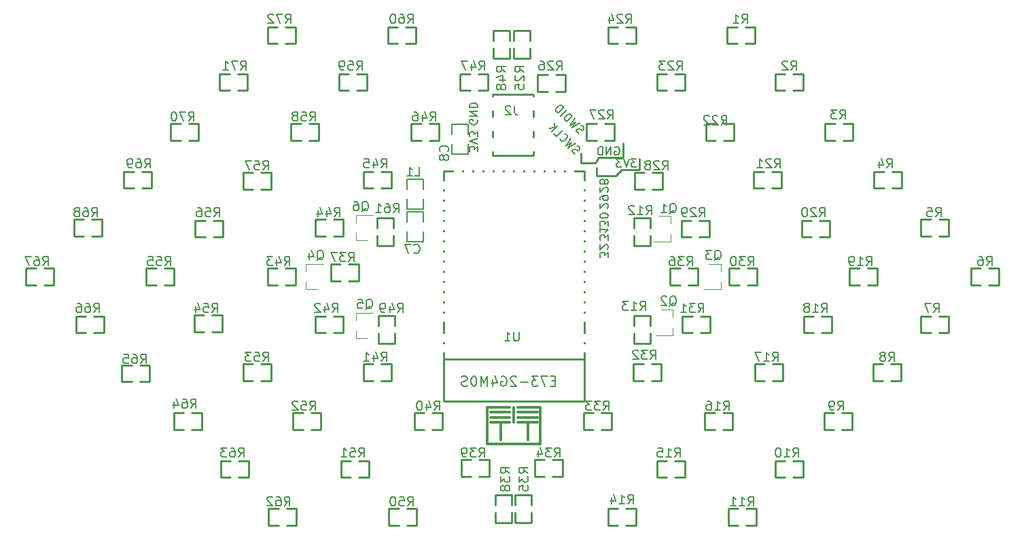
<source format=gbo>
%TF.GenerationSoftware,KiCad,Pcbnew,5.1.7-a382d34a8~87~ubuntu20.04.1*%
%TF.CreationDate,2020-10-15T10:11:22+03:00*%
%TF.ProjectId,BL_PCB_latest,424c5f50-4342-45f6-9c61-746573742e6b,rev?*%
%TF.SameCoordinates,Original*%
%TF.FileFunction,Legend,Bot*%
%TF.FilePolarity,Positive*%
%FSLAX46Y46*%
G04 Gerber Fmt 4.6, Leading zero omitted, Abs format (unit mm)*
G04 Created by KiCad (PCBNEW 5.1.7-a382d34a8~87~ubuntu20.04.1) date 2020-10-15 10:11:22*
%MOMM*%
%LPD*%
G01*
G04 APERTURE LIST*
%ADD10C,0.254000*%
%ADD11C,0.152000*%
%ADD12C,0.120000*%
%ADD13C,0.200000*%
%ADD14C,0.305000*%
%ADD15C,0.203000*%
%ADD16R,0.900000X0.800000*%
%ADD17R,1.524000X1.524000*%
%ADD18R,2.540000X1.524000*%
%ADD19R,1.470000X1.160000*%
%ADD20R,2.000000X1.000000*%
%ADD21R,1.000000X2.000000*%
%ADD22R,1.000000X1.550000*%
%ADD23R,1.550000X1.000000*%
%ADD24C,1.600000*%
%ADD25C,3.000000*%
G04 APERTURE END LIST*
D10*
X166751000Y-47752000D02*
X166751000Y-49530000D01*
X166751000Y-49530000D02*
X163703000Y-49530000D01*
X163449000Y-50800000D02*
X163449000Y-51816000D01*
X163449000Y-51816000D02*
X165862000Y-51816000D01*
X165862000Y-51816000D02*
X166624000Y-51054000D01*
X166624000Y-51054000D02*
X168783000Y-51054000D01*
X168783000Y-51054000D02*
X168783000Y-49657000D01*
X163703000Y-49530000D02*
X163317000Y-50165000D01*
X163317000Y-50165000D02*
X161544000Y-50165000D01*
X161544000Y-50165000D02*
X161544000Y-49022000D01*
D11*
X148590000Y-44847104D02*
X148638380Y-44943866D01*
X148638380Y-45089009D01*
X148590000Y-45234152D01*
X148493238Y-45330914D01*
X148396476Y-45379295D01*
X148202952Y-45427676D01*
X148057809Y-45427676D01*
X147864285Y-45379295D01*
X147767523Y-45330914D01*
X147670761Y-45234152D01*
X147622380Y-45089009D01*
X147622380Y-44992247D01*
X147670761Y-44847104D01*
X147719142Y-44798723D01*
X148057809Y-44798723D01*
X148057809Y-44992247D01*
X147622380Y-44363295D02*
X148638380Y-44363295D01*
X147622380Y-43782723D01*
X148638380Y-43782723D01*
X147622380Y-43298914D02*
X148638380Y-43298914D01*
X148638380Y-43057009D01*
X148590000Y-42911866D01*
X148493238Y-42815104D01*
X148396476Y-42766723D01*
X148202952Y-42718342D01*
X148057809Y-42718342D01*
X147864285Y-42766723D01*
X147767523Y-42815104D01*
X147670761Y-42911866D01*
X147622380Y-43057009D01*
X147622380Y-43298914D01*
X148638380Y-48778057D02*
X148638380Y-48149104D01*
X148251333Y-48487771D01*
X148251333Y-48342628D01*
X148202952Y-48245866D01*
X148154571Y-48197485D01*
X148057809Y-48149104D01*
X147815904Y-48149104D01*
X147719142Y-48197485D01*
X147670761Y-48245866D01*
X147622380Y-48342628D01*
X147622380Y-48632914D01*
X147670761Y-48729676D01*
X147719142Y-48778057D01*
X148638380Y-47858819D02*
X147622380Y-47520152D01*
X148638380Y-47181485D01*
X148638380Y-46939580D02*
X148638380Y-46310628D01*
X148251333Y-46649295D01*
X148251333Y-46504152D01*
X148202952Y-46407390D01*
X148154571Y-46359009D01*
X148057809Y-46310628D01*
X147815904Y-46310628D01*
X147719142Y-46359009D01*
X147670761Y-46407390D01*
X147622380Y-46504152D01*
X147622380Y-46794438D01*
X147670761Y-46891200D01*
X147719142Y-46939580D01*
X160792506Y-49106085D02*
X160655664Y-49037664D01*
X160484612Y-48866611D01*
X160450401Y-48763980D01*
X160450401Y-48695559D01*
X160484612Y-48592927D01*
X160553033Y-48524506D01*
X160655664Y-48490296D01*
X160724085Y-48490296D01*
X160826717Y-48524506D01*
X160997769Y-48627138D01*
X161100401Y-48661348D01*
X161168822Y-48661348D01*
X161271453Y-48627138D01*
X161339874Y-48558717D01*
X161374085Y-48456085D01*
X161374085Y-48387664D01*
X161339874Y-48285033D01*
X161168822Y-48113980D01*
X161031980Y-48045559D01*
X160826717Y-47771875D02*
X159937244Y-48319243D01*
X160313559Y-47669244D01*
X159663560Y-48045559D01*
X160210928Y-47156086D01*
X158876718Y-47121876D02*
X158876718Y-47190297D01*
X158945139Y-47327139D01*
X159013560Y-47395560D01*
X159150402Y-47463981D01*
X159287244Y-47463981D01*
X159389876Y-47429770D01*
X159560928Y-47327139D01*
X159663560Y-47224507D01*
X159766191Y-47053455D01*
X159800402Y-46950823D01*
X159800402Y-46813981D01*
X159731981Y-46677139D01*
X159663560Y-46608718D01*
X159526718Y-46540297D01*
X159458297Y-46540297D01*
X158158298Y-46540297D02*
X158500403Y-46882402D01*
X159218823Y-46163982D01*
X157918824Y-46300824D02*
X158637245Y-45582403D01*
X157508298Y-45890298D02*
X158226719Y-45787666D01*
X158226719Y-45171877D02*
X158226719Y-45992929D01*
X161300506Y-46566085D02*
X161163664Y-46497664D01*
X160992612Y-46326611D01*
X160958401Y-46223980D01*
X160958401Y-46155559D01*
X160992612Y-46052927D01*
X161061033Y-45984506D01*
X161163664Y-45950296D01*
X161232085Y-45950296D01*
X161334717Y-45984506D01*
X161505769Y-46087138D01*
X161608401Y-46121348D01*
X161676822Y-46121348D01*
X161779453Y-46087138D01*
X161847874Y-46018717D01*
X161882085Y-45916085D01*
X161882085Y-45847664D01*
X161847874Y-45745033D01*
X161676822Y-45573980D01*
X161539980Y-45505559D01*
X161334717Y-45231875D02*
X160445244Y-45779243D01*
X160821559Y-45129244D01*
X160171560Y-45505559D01*
X160718928Y-44616086D01*
X159726823Y-45060823D02*
X160445244Y-44342402D01*
X160274191Y-44171350D01*
X160137349Y-44102929D01*
X160000507Y-44102929D01*
X159897876Y-44137139D01*
X159726823Y-44239771D01*
X159624192Y-44342402D01*
X159521560Y-44513455D01*
X159487350Y-44616086D01*
X159487350Y-44752928D01*
X159555771Y-44889770D01*
X159726823Y-45060823D01*
X159008403Y-44342402D02*
X159726823Y-43623982D01*
X159247876Y-43145035D02*
X159111034Y-43008193D01*
X159008403Y-42973982D01*
X158871561Y-42973982D01*
X158700508Y-43076614D01*
X158461035Y-43316087D01*
X158358403Y-43487140D01*
X158358403Y-43623982D01*
X158392614Y-43726613D01*
X158529456Y-43863455D01*
X158632087Y-43897666D01*
X158768929Y-43897666D01*
X158939982Y-43795034D01*
X159179455Y-43555561D01*
X159282087Y-43384508D01*
X159282087Y-43247666D01*
X159247876Y-43145035D01*
X164797619Y-53809676D02*
X164846000Y-53761295D01*
X164894380Y-53664533D01*
X164894380Y-53422628D01*
X164846000Y-53325866D01*
X164797619Y-53277485D01*
X164700857Y-53229104D01*
X164604095Y-53229104D01*
X164458952Y-53277485D01*
X163878380Y-53858057D01*
X163878380Y-53229104D01*
X164458952Y-52648533D02*
X164507333Y-52745295D01*
X164555714Y-52793676D01*
X164652476Y-52842057D01*
X164700857Y-52842057D01*
X164797619Y-52793676D01*
X164846000Y-52745295D01*
X164894380Y-52648533D01*
X164894380Y-52455009D01*
X164846000Y-52358247D01*
X164797619Y-52309866D01*
X164700857Y-52261485D01*
X164652476Y-52261485D01*
X164555714Y-52309866D01*
X164507333Y-52358247D01*
X164458952Y-52455009D01*
X164458952Y-52648533D01*
X164410571Y-52745295D01*
X164362190Y-52793676D01*
X164265428Y-52842057D01*
X164071904Y-52842057D01*
X163975142Y-52793676D01*
X163926761Y-52745295D01*
X163878380Y-52648533D01*
X163878380Y-52455009D01*
X163926761Y-52358247D01*
X163975142Y-52309866D01*
X164071904Y-52261485D01*
X164265428Y-52261485D01*
X164362190Y-52309866D01*
X164410571Y-52358247D01*
X164458952Y-52455009D01*
X164797619Y-55841676D02*
X164846000Y-55793295D01*
X164894380Y-55696533D01*
X164894380Y-55454628D01*
X164846000Y-55357866D01*
X164797619Y-55309485D01*
X164700857Y-55261104D01*
X164604095Y-55261104D01*
X164458952Y-55309485D01*
X163878380Y-55890057D01*
X163878380Y-55261104D01*
X163878380Y-54777295D02*
X163878380Y-54583771D01*
X163926761Y-54487009D01*
X163975142Y-54438628D01*
X164120285Y-54341866D01*
X164313809Y-54293485D01*
X164700857Y-54293485D01*
X164797619Y-54341866D01*
X164846000Y-54390247D01*
X164894380Y-54487009D01*
X164894380Y-54680533D01*
X164846000Y-54777295D01*
X164797619Y-54825676D01*
X164700857Y-54874057D01*
X164458952Y-54874057D01*
X164362190Y-54825676D01*
X164313809Y-54777295D01*
X164265428Y-54680533D01*
X164265428Y-54487009D01*
X164313809Y-54390247D01*
X164362190Y-54341866D01*
X164458952Y-54293485D01*
X164894380Y-58107057D02*
X164894380Y-57478104D01*
X164507333Y-57816771D01*
X164507333Y-57671628D01*
X164458952Y-57574866D01*
X164410571Y-57526485D01*
X164313809Y-57478104D01*
X164071904Y-57478104D01*
X163975142Y-57526485D01*
X163926761Y-57574866D01*
X163878380Y-57671628D01*
X163878380Y-57961914D01*
X163926761Y-58058676D01*
X163975142Y-58107057D01*
X164894380Y-56849152D02*
X164894380Y-56752390D01*
X164846000Y-56655628D01*
X164797619Y-56607247D01*
X164700857Y-56558866D01*
X164507333Y-56510485D01*
X164265428Y-56510485D01*
X164071904Y-56558866D01*
X163975142Y-56607247D01*
X163926761Y-56655628D01*
X163878380Y-56752390D01*
X163878380Y-56849152D01*
X163926761Y-56945914D01*
X163975142Y-56994295D01*
X164071904Y-57042676D01*
X164265428Y-57091057D01*
X164507333Y-57091057D01*
X164700857Y-57042676D01*
X164797619Y-56994295D01*
X164846000Y-56945914D01*
X164894380Y-56849152D01*
X164894380Y-59839057D02*
X164894380Y-59210104D01*
X164507333Y-59548771D01*
X164507333Y-59403628D01*
X164458952Y-59306866D01*
X164410571Y-59258485D01*
X164313809Y-59210104D01*
X164071904Y-59210104D01*
X163975142Y-59258485D01*
X163926761Y-59306866D01*
X163878380Y-59403628D01*
X163878380Y-59693914D01*
X163926761Y-59790676D01*
X163975142Y-59839057D01*
X163878380Y-58242485D02*
X163878380Y-58823057D01*
X163878380Y-58532771D02*
X164894380Y-58532771D01*
X164749238Y-58629533D01*
X164652476Y-58726295D01*
X164604095Y-58823057D01*
X164894380Y-61986057D02*
X164894380Y-61357104D01*
X164507333Y-61695771D01*
X164507333Y-61550628D01*
X164458952Y-61453866D01*
X164410571Y-61405485D01*
X164313809Y-61357104D01*
X164071904Y-61357104D01*
X163975142Y-61405485D01*
X163926761Y-61453866D01*
X163878380Y-61550628D01*
X163878380Y-61840914D01*
X163926761Y-61937676D01*
X163975142Y-61986057D01*
X164797619Y-60970057D02*
X164846000Y-60921676D01*
X164894380Y-60824914D01*
X164894380Y-60583009D01*
X164846000Y-60486247D01*
X164797619Y-60437866D01*
X164700857Y-60389485D01*
X164604095Y-60389485D01*
X164458952Y-60437866D01*
X163878380Y-61018438D01*
X163878380Y-60389485D01*
X165751104Y-48260000D02*
X165847866Y-48211619D01*
X165993009Y-48211619D01*
X166138152Y-48260000D01*
X166234914Y-48356761D01*
X166283295Y-48453523D01*
X166331676Y-48647047D01*
X166331676Y-48792190D01*
X166283295Y-48985714D01*
X166234914Y-49082476D01*
X166138152Y-49179238D01*
X165993009Y-49227619D01*
X165896247Y-49227619D01*
X165751104Y-49179238D01*
X165702723Y-49130857D01*
X165702723Y-48792190D01*
X165896247Y-48792190D01*
X165267295Y-49227619D02*
X165267295Y-48211619D01*
X164686723Y-49227619D01*
X164686723Y-48211619D01*
X164202914Y-49227619D02*
X164202914Y-48211619D01*
X163961009Y-48211619D01*
X163815866Y-48260000D01*
X163719104Y-48356761D01*
X163670723Y-48453523D01*
X163622342Y-48647047D01*
X163622342Y-48792190D01*
X163670723Y-48985714D01*
X163719104Y-49082476D01*
X163815866Y-49179238D01*
X163961009Y-49227619D01*
X164202914Y-49227619D01*
X168412057Y-49735619D02*
X167783104Y-49735619D01*
X168121771Y-50122666D01*
X167976628Y-50122666D01*
X167879866Y-50171047D01*
X167831485Y-50219428D01*
X167783104Y-50316190D01*
X167783104Y-50558095D01*
X167831485Y-50654857D01*
X167879866Y-50703238D01*
X167976628Y-50751619D01*
X168266914Y-50751619D01*
X168363676Y-50703238D01*
X168412057Y-50654857D01*
X167492819Y-49735619D02*
X167154152Y-50751619D01*
X166815485Y-49735619D01*
X166573580Y-49735619D02*
X165944628Y-49735619D01*
X166283295Y-50122666D01*
X166138152Y-50122666D01*
X166041390Y-50171047D01*
X165993009Y-50219428D01*
X165944628Y-50316190D01*
X165944628Y-50558095D01*
X165993009Y-50654857D01*
X166041390Y-50703238D01*
X166138152Y-50751619D01*
X166428438Y-50751619D01*
X166525200Y-50703238D01*
X166573580Y-50654857D01*
D12*
%TO.C,Q5*%
X133479000Y-72065000D02*
X134939000Y-72065000D01*
X133479000Y-68905000D02*
X135639000Y-68905000D01*
X133479000Y-68905000D02*
X133479000Y-69835000D01*
X133479000Y-72065000D02*
X133479000Y-71135000D01*
%TO.C,Q4*%
X127256000Y-65969000D02*
X128716000Y-65969000D01*
X127256000Y-62809000D02*
X129416000Y-62809000D01*
X127256000Y-62809000D02*
X127256000Y-63739000D01*
X127256000Y-65969000D02*
X127256000Y-65039000D01*
%TO.C,Q6*%
X133479000Y-59873000D02*
X134939000Y-59873000D01*
X133479000Y-56713000D02*
X135639000Y-56713000D01*
X133479000Y-56713000D02*
X133479000Y-57643000D01*
X133479000Y-59873000D02*
X133479000Y-58943000D01*
%TO.C,Q2*%
X172972000Y-68524000D02*
X171512000Y-68524000D01*
X172972000Y-71684000D02*
X170812000Y-71684000D01*
X172972000Y-71684000D02*
X172972000Y-70754000D01*
X172972000Y-68524000D02*
X172972000Y-69454000D01*
%TO.C,Q3*%
X178941000Y-62809000D02*
X177481000Y-62809000D01*
X178941000Y-65969000D02*
X176781000Y-65969000D01*
X178941000Y-65969000D02*
X178941000Y-65039000D01*
X178941000Y-62809000D02*
X178941000Y-63739000D01*
%TO.C,Q1*%
X172718000Y-56840000D02*
X171258000Y-56840000D01*
X172718000Y-60000000D02*
X170558000Y-60000000D01*
X172718000Y-60000000D02*
X172718000Y-59070000D01*
X172718000Y-56840000D02*
X172718000Y-57770000D01*
D10*
%TO.C,J2*%
X150495000Y-48793000D02*
X150495000Y-49276000D01*
X150495000Y-49276000D02*
X155575000Y-49276000D01*
X155575000Y-49276000D02*
X155575000Y-48793000D01*
X155575000Y-41885000D02*
X155575000Y-41656000D01*
X155575000Y-41656000D02*
X150495000Y-41656000D01*
X150495000Y-41656000D02*
X150495000Y-41885000D01*
X150495000Y-46965000D02*
X150495000Y-46253000D01*
X150495000Y-44425000D02*
X150495000Y-43713000D01*
X155575000Y-44425000D02*
X155575000Y-43713000D01*
X155575000Y-46965000D02*
X155575000Y-46253000D01*
D13*
%TO.C,L1*%
X139808000Y-53547000D02*
X139808000Y-52227000D01*
X139808000Y-52227000D02*
X141878000Y-52227000D01*
X141878000Y-52227000D02*
X141878000Y-53547000D01*
X139808000Y-54679000D02*
X139808000Y-55999000D01*
X139808000Y-55999000D02*
X141878000Y-55999000D01*
X141878000Y-55999000D02*
X141878000Y-54679000D01*
%TO.C,C7*%
X139808000Y-57611000D02*
X139808000Y-56291000D01*
X139808000Y-56291000D02*
X141878000Y-56291000D01*
X141878000Y-56291000D02*
X141878000Y-57611000D01*
X139808000Y-58743000D02*
X139808000Y-60063000D01*
X139808000Y-60063000D02*
X141878000Y-60063000D01*
X141878000Y-60063000D02*
X141878000Y-58743000D01*
%TO.C,C8*%
X147466000Y-47799000D02*
X147466000Y-49119000D01*
X147466000Y-49119000D02*
X145396000Y-49119000D01*
X145396000Y-49119000D02*
X145396000Y-47799000D01*
X147466000Y-46667000D02*
X147466000Y-45347000D01*
X147466000Y-45347000D02*
X145396000Y-45347000D01*
X145396000Y-45347000D02*
X145396000Y-46667000D01*
D10*
%TO.C,U1*%
X144399000Y-74676000D02*
X161925000Y-74676000D01*
X144399000Y-79883000D02*
X161899000Y-79883000D01*
X144399000Y-79883000D02*
X144399000Y-51183000D01*
X144399000Y-51181000D02*
X161925000Y-51181000D01*
X161925000Y-51181000D02*
X161925000Y-79883000D01*
%TO.C,R34*%
X156980000Y-89285000D02*
X155730000Y-89285000D01*
X156980000Y-87245000D02*
X155730000Y-87245000D01*
X157980000Y-89285000D02*
X159230000Y-89285000D01*
X157980000Y-87245000D02*
X159230000Y-87245000D01*
X155730000Y-89285000D02*
X155730000Y-87245000D01*
X159230000Y-89285000D02*
X159230000Y-87245000D01*
%TO.C,R33*%
X163076000Y-83443000D02*
X161826000Y-83443000D01*
X163076000Y-81403000D02*
X161826000Y-81403000D01*
X164076000Y-83443000D02*
X165326000Y-83443000D01*
X164076000Y-81403000D02*
X165326000Y-81403000D01*
X161826000Y-83443000D02*
X161826000Y-81403000D01*
X165326000Y-83443000D02*
X165326000Y-81403000D01*
%TO.C,R32*%
X169299000Y-77347000D02*
X168049000Y-77347000D01*
X169299000Y-75307000D02*
X168049000Y-75307000D01*
X170299000Y-77347000D02*
X171549000Y-77347000D01*
X170299000Y-75307000D02*
X171549000Y-75307000D01*
X168049000Y-77347000D02*
X168049000Y-75307000D01*
X171549000Y-77347000D02*
X171549000Y-75307000D01*
%TO.C,R31*%
X175395000Y-71378000D02*
X174145000Y-71378000D01*
X175395000Y-69338000D02*
X174145000Y-69338000D01*
X176395000Y-71378000D02*
X177645000Y-71378000D01*
X176395000Y-69338000D02*
X177645000Y-69338000D01*
X174145000Y-71378000D02*
X174145000Y-69338000D01*
X177645000Y-71378000D02*
X177645000Y-69338000D01*
%TO.C,R30*%
X181237000Y-65409000D02*
X179987000Y-65409000D01*
X181237000Y-63369000D02*
X179987000Y-63369000D01*
X182237000Y-65409000D02*
X183487000Y-65409000D01*
X182237000Y-63369000D02*
X183487000Y-63369000D01*
X179987000Y-65409000D02*
X179987000Y-63369000D01*
X183487000Y-65409000D02*
X183487000Y-63369000D01*
%TO.C,R29*%
X175268000Y-59440000D02*
X174018000Y-59440000D01*
X175268000Y-57400000D02*
X174018000Y-57400000D01*
X176268000Y-59440000D02*
X177518000Y-59440000D01*
X176268000Y-57400000D02*
X177518000Y-57400000D01*
X174018000Y-59440000D02*
X174018000Y-57400000D01*
X177518000Y-59440000D02*
X177518000Y-57400000D01*
%TO.C,R28*%
X169426000Y-53471000D02*
X168176000Y-53471000D01*
X169426000Y-51431000D02*
X168176000Y-51431000D01*
X170426000Y-53471000D02*
X171676000Y-53471000D01*
X170426000Y-51431000D02*
X171676000Y-51431000D01*
X168176000Y-53471000D02*
X168176000Y-51431000D01*
X171676000Y-53471000D02*
X171676000Y-51431000D01*
%TO.C,R36*%
X173871000Y-65409000D02*
X172621000Y-65409000D01*
X173871000Y-63369000D02*
X172621000Y-63369000D01*
X174871000Y-65409000D02*
X176121000Y-65409000D01*
X174871000Y-63369000D02*
X176121000Y-63369000D01*
X172621000Y-65409000D02*
X172621000Y-63369000D01*
X176121000Y-65409000D02*
X176121000Y-63369000D01*
%TO.C,R35*%
X153285000Y-92845000D02*
X153285000Y-91595000D01*
X155325000Y-92845000D02*
X155325000Y-91595000D01*
X153285000Y-93845000D02*
X153285000Y-95095000D01*
X155325000Y-93845000D02*
X155325000Y-95095000D01*
X153285000Y-91595000D02*
X155325000Y-91595000D01*
X153285000Y-95095000D02*
X155325000Y-95095000D01*
%TO.C,R27*%
X163457000Y-47375000D02*
X162207000Y-47375000D01*
X163457000Y-45335000D02*
X162207000Y-45335000D01*
X164457000Y-47375000D02*
X165707000Y-47375000D01*
X164457000Y-45335000D02*
X165707000Y-45335000D01*
X162207000Y-47375000D02*
X162207000Y-45335000D01*
X165707000Y-47375000D02*
X165707000Y-45335000D01*
%TO.C,R26*%
X157361000Y-41279000D02*
X156111000Y-41279000D01*
X157361000Y-39239000D02*
X156111000Y-39239000D01*
X158361000Y-41279000D02*
X159611000Y-41279000D01*
X158361000Y-39239000D02*
X159611000Y-39239000D01*
X156111000Y-41279000D02*
X156111000Y-39239000D01*
X159611000Y-41279000D02*
X159611000Y-39239000D01*
%TO.C,R25*%
X155198000Y-35933000D02*
X155198000Y-37183000D01*
X153158000Y-35933000D02*
X153158000Y-37183000D01*
X155198000Y-34933000D02*
X155198000Y-33683000D01*
X153158000Y-34933000D02*
X153158000Y-33683000D01*
X155198000Y-37183000D02*
X153158000Y-37183000D01*
X155198000Y-33683000D02*
X153158000Y-33683000D01*
%TO.C,R48*%
X152658000Y-35933000D02*
X152658000Y-37183000D01*
X150618000Y-35933000D02*
X150618000Y-37183000D01*
X152658000Y-34933000D02*
X152658000Y-33683000D01*
X150618000Y-34933000D02*
X150618000Y-33683000D01*
X152658000Y-37183000D02*
X150618000Y-37183000D01*
X152658000Y-33683000D02*
X150618000Y-33683000D01*
%TO.C,R37*%
X132580000Y-62861000D02*
X133830000Y-62861000D01*
X132580000Y-64901000D02*
X133830000Y-64901000D01*
X131580000Y-62861000D02*
X130330000Y-62861000D01*
X131580000Y-64901000D02*
X130330000Y-64901000D01*
X133830000Y-62861000D02*
X133830000Y-64901000D01*
X130330000Y-62861000D02*
X130330000Y-64901000D01*
%TO.C,R38*%
X150872000Y-92845000D02*
X150872000Y-91595000D01*
X152912000Y-92845000D02*
X152912000Y-91595000D01*
X150872000Y-93845000D02*
X150872000Y-95095000D01*
X152912000Y-93845000D02*
X152912000Y-95095000D01*
X150872000Y-91595000D02*
X152912000Y-91595000D01*
X150872000Y-95095000D02*
X152912000Y-95095000D01*
%TO.C,R39*%
X148836000Y-87245000D02*
X150086000Y-87245000D01*
X148836000Y-89285000D02*
X150086000Y-89285000D01*
X147836000Y-87245000D02*
X146586000Y-87245000D01*
X147836000Y-89285000D02*
X146586000Y-89285000D01*
X150086000Y-87245000D02*
X150086000Y-89285000D01*
X146586000Y-87245000D02*
X146586000Y-89285000D01*
%TO.C,R40*%
X142994000Y-81403000D02*
X144244000Y-81403000D01*
X142994000Y-83443000D02*
X144244000Y-83443000D01*
X141994000Y-81403000D02*
X140744000Y-81403000D01*
X141994000Y-83443000D02*
X140744000Y-83443000D01*
X144244000Y-81403000D02*
X144244000Y-83443000D01*
X140744000Y-81403000D02*
X140744000Y-83443000D01*
%TO.C,R41*%
X136644000Y-75307000D02*
X137894000Y-75307000D01*
X136644000Y-77347000D02*
X137894000Y-77347000D01*
X135644000Y-75307000D02*
X134394000Y-75307000D01*
X135644000Y-77347000D02*
X134394000Y-77347000D01*
X137894000Y-75307000D02*
X137894000Y-77347000D01*
X134394000Y-75307000D02*
X134394000Y-77347000D01*
%TO.C,R42*%
X130675000Y-69338000D02*
X131925000Y-69338000D01*
X130675000Y-71378000D02*
X131925000Y-71378000D01*
X129675000Y-69338000D02*
X128425000Y-69338000D01*
X129675000Y-71378000D02*
X128425000Y-71378000D01*
X131925000Y-69338000D02*
X131925000Y-71378000D01*
X128425000Y-69338000D02*
X128425000Y-71378000D01*
%TO.C,R43*%
X124706000Y-63369000D02*
X125956000Y-63369000D01*
X124706000Y-65409000D02*
X125956000Y-65409000D01*
X123706000Y-63369000D02*
X122456000Y-63369000D01*
X123706000Y-65409000D02*
X122456000Y-65409000D01*
X125956000Y-63369000D02*
X125956000Y-65409000D01*
X122456000Y-63369000D02*
X122456000Y-65409000D01*
%TO.C,R44*%
X130675000Y-57273000D02*
X131925000Y-57273000D01*
X130675000Y-59313000D02*
X131925000Y-59313000D01*
X129675000Y-57273000D02*
X128425000Y-57273000D01*
X129675000Y-59313000D02*
X128425000Y-59313000D01*
X131925000Y-57273000D02*
X131925000Y-59313000D01*
X128425000Y-57273000D02*
X128425000Y-59313000D01*
%TO.C,R45*%
X136644000Y-51304000D02*
X137894000Y-51304000D01*
X136644000Y-53344000D02*
X137894000Y-53344000D01*
X135644000Y-51304000D02*
X134394000Y-51304000D01*
X135644000Y-53344000D02*
X134394000Y-53344000D01*
X137894000Y-51304000D02*
X137894000Y-53344000D01*
X134394000Y-51304000D02*
X134394000Y-53344000D01*
%TO.C,R46*%
X142613000Y-45335000D02*
X143863000Y-45335000D01*
X142613000Y-47375000D02*
X143863000Y-47375000D01*
X141613000Y-45335000D02*
X140363000Y-45335000D01*
X141613000Y-47375000D02*
X140363000Y-47375000D01*
X143863000Y-45335000D02*
X143863000Y-47375000D01*
X140363000Y-45335000D02*
X140363000Y-47375000D01*
%TO.C,R47*%
X148709000Y-39112000D02*
X149959000Y-39112000D01*
X148709000Y-41152000D02*
X149959000Y-41152000D01*
X147709000Y-39112000D02*
X146459000Y-39112000D01*
X147709000Y-41152000D02*
X146459000Y-41152000D01*
X149959000Y-39112000D02*
X149959000Y-41152000D01*
X146459000Y-39112000D02*
X146459000Y-41152000D01*
%TO.C,R49*%
X138307000Y-71493000D02*
X138307000Y-72743000D01*
X136267000Y-71493000D02*
X136267000Y-72743000D01*
X138307000Y-70493000D02*
X138307000Y-69243000D01*
X136267000Y-70493000D02*
X136267000Y-69243000D01*
X138307000Y-72743000D02*
X136267000Y-72743000D01*
X138307000Y-69243000D02*
X136267000Y-69243000D01*
%TO.C,R50*%
X139819000Y-93341000D02*
X141069000Y-93341000D01*
X139819000Y-95381000D02*
X141069000Y-95381000D01*
X138819000Y-93341000D02*
X137569000Y-93341000D01*
X138819000Y-95381000D02*
X137569000Y-95381000D01*
X141069000Y-93341000D02*
X141069000Y-95381000D01*
X137569000Y-93341000D02*
X137569000Y-95381000D01*
%TO.C,R51*%
X133850000Y-87372000D02*
X135100000Y-87372000D01*
X133850000Y-89412000D02*
X135100000Y-89412000D01*
X132850000Y-87372000D02*
X131600000Y-87372000D01*
X132850000Y-89412000D02*
X131600000Y-89412000D01*
X135100000Y-87372000D02*
X135100000Y-89412000D01*
X131600000Y-87372000D02*
X131600000Y-89412000D01*
%TO.C,R52*%
X127881000Y-81403000D02*
X129131000Y-81403000D01*
X127881000Y-83443000D02*
X129131000Y-83443000D01*
X126881000Y-81403000D02*
X125631000Y-81403000D01*
X126881000Y-83443000D02*
X125631000Y-83443000D01*
X129131000Y-81403000D02*
X129131000Y-83443000D01*
X125631000Y-81403000D02*
X125631000Y-83443000D01*
%TO.C,R53*%
X121658000Y-75307000D02*
X122908000Y-75307000D01*
X121658000Y-77347000D02*
X122908000Y-77347000D01*
X120658000Y-75307000D02*
X119408000Y-75307000D01*
X120658000Y-77347000D02*
X119408000Y-77347000D01*
X122908000Y-75307000D02*
X122908000Y-77347000D01*
X119408000Y-75307000D02*
X119408000Y-77347000D01*
%TO.C,R54*%
X115562000Y-69211000D02*
X116812000Y-69211000D01*
X115562000Y-71251000D02*
X116812000Y-71251000D01*
X114562000Y-69211000D02*
X113312000Y-69211000D01*
X114562000Y-71251000D02*
X113312000Y-71251000D01*
X116812000Y-69211000D02*
X116812000Y-71251000D01*
X113312000Y-69211000D02*
X113312000Y-71251000D01*
%TO.C,R55*%
X109593000Y-63369000D02*
X110843000Y-63369000D01*
X109593000Y-65409000D02*
X110843000Y-65409000D01*
X108593000Y-63369000D02*
X107343000Y-63369000D01*
X108593000Y-65409000D02*
X107343000Y-65409000D01*
X110843000Y-63369000D02*
X110843000Y-65409000D01*
X107343000Y-63369000D02*
X107343000Y-65409000D01*
%TO.C,R56*%
X115689000Y-57400000D02*
X116939000Y-57400000D01*
X115689000Y-59440000D02*
X116939000Y-59440000D01*
X114689000Y-57400000D02*
X113439000Y-57400000D01*
X114689000Y-59440000D02*
X113439000Y-59440000D01*
X116939000Y-57400000D02*
X116939000Y-59440000D01*
X113439000Y-57400000D02*
X113439000Y-59440000D01*
%TO.C,R57*%
X121658000Y-51431000D02*
X122908000Y-51431000D01*
X121658000Y-53471000D02*
X122908000Y-53471000D01*
X120658000Y-51431000D02*
X119408000Y-51431000D01*
X120658000Y-53471000D02*
X119408000Y-53471000D01*
X122908000Y-51431000D02*
X122908000Y-53471000D01*
X119408000Y-51431000D02*
X119408000Y-53471000D01*
%TO.C,R58*%
X127627000Y-45335000D02*
X128877000Y-45335000D01*
X127627000Y-47375000D02*
X128877000Y-47375000D01*
X126627000Y-45335000D02*
X125377000Y-45335000D01*
X126627000Y-47375000D02*
X125377000Y-47375000D01*
X128877000Y-45335000D02*
X128877000Y-47375000D01*
X125377000Y-45335000D02*
X125377000Y-47375000D01*
%TO.C,R59*%
X133596000Y-39112000D02*
X134846000Y-39112000D01*
X133596000Y-41152000D02*
X134846000Y-41152000D01*
X132596000Y-39112000D02*
X131346000Y-39112000D01*
X132596000Y-41152000D02*
X131346000Y-41152000D01*
X134846000Y-39112000D02*
X134846000Y-41152000D01*
X131346000Y-39112000D02*
X131346000Y-41152000D01*
%TO.C,R60*%
X139692000Y-33270000D02*
X140942000Y-33270000D01*
X139692000Y-35310000D02*
X140942000Y-35310000D01*
X138692000Y-33270000D02*
X137442000Y-33270000D01*
X138692000Y-35310000D02*
X137442000Y-35310000D01*
X140942000Y-33270000D02*
X140942000Y-35310000D01*
X137442000Y-33270000D02*
X137442000Y-35310000D01*
%TO.C,R61*%
X138180000Y-59301000D02*
X138180000Y-60551000D01*
X136140000Y-59301000D02*
X136140000Y-60551000D01*
X138180000Y-58301000D02*
X138180000Y-57051000D01*
X136140000Y-58301000D02*
X136140000Y-57051000D01*
X138180000Y-60551000D02*
X136140000Y-60551000D01*
X138180000Y-57051000D02*
X136140000Y-57051000D01*
%TO.C,R62*%
X124833000Y-93341000D02*
X126083000Y-93341000D01*
X124833000Y-95381000D02*
X126083000Y-95381000D01*
X123833000Y-93341000D02*
X122583000Y-93341000D01*
X123833000Y-95381000D02*
X122583000Y-95381000D01*
X126083000Y-93341000D02*
X126083000Y-95381000D01*
X122583000Y-93341000D02*
X122583000Y-95381000D01*
%TO.C,R63*%
X118864000Y-87372000D02*
X120114000Y-87372000D01*
X118864000Y-89412000D02*
X120114000Y-89412000D01*
X117864000Y-87372000D02*
X116614000Y-87372000D01*
X117864000Y-89412000D02*
X116614000Y-89412000D01*
X120114000Y-87372000D02*
X120114000Y-89412000D01*
X116614000Y-87372000D02*
X116614000Y-89412000D01*
%TO.C,R64*%
X113022000Y-81403000D02*
X114272000Y-81403000D01*
X113022000Y-83443000D02*
X114272000Y-83443000D01*
X112022000Y-81403000D02*
X110772000Y-81403000D01*
X112022000Y-83443000D02*
X110772000Y-83443000D01*
X114272000Y-81403000D02*
X114272000Y-83443000D01*
X110772000Y-81403000D02*
X110772000Y-83443000D01*
%TO.C,R65*%
X106545000Y-75434000D02*
X107795000Y-75434000D01*
X106545000Y-77474000D02*
X107795000Y-77474000D01*
X105545000Y-75434000D02*
X104295000Y-75434000D01*
X105545000Y-77474000D02*
X104295000Y-77474000D01*
X107795000Y-75434000D02*
X107795000Y-77474000D01*
X104295000Y-75434000D02*
X104295000Y-77474000D01*
%TO.C,R66*%
X100830000Y-69338000D02*
X102080000Y-69338000D01*
X100830000Y-71378000D02*
X102080000Y-71378000D01*
X99830000Y-69338000D02*
X98580000Y-69338000D01*
X99830000Y-71378000D02*
X98580000Y-71378000D01*
X102080000Y-69338000D02*
X102080000Y-71378000D01*
X98580000Y-69338000D02*
X98580000Y-71378000D01*
%TO.C,R67*%
X94607000Y-63369000D02*
X95857000Y-63369000D01*
X94607000Y-65409000D02*
X95857000Y-65409000D01*
X93607000Y-63369000D02*
X92357000Y-63369000D01*
X93607000Y-65409000D02*
X92357000Y-65409000D01*
X95857000Y-63369000D02*
X95857000Y-65409000D01*
X92357000Y-63369000D02*
X92357000Y-65409000D01*
%TO.C,R68*%
X100576000Y-57273000D02*
X101826000Y-57273000D01*
X100576000Y-59313000D02*
X101826000Y-59313000D01*
X99576000Y-57273000D02*
X98326000Y-57273000D01*
X99576000Y-59313000D02*
X98326000Y-59313000D01*
X101826000Y-57273000D02*
X101826000Y-59313000D01*
X98326000Y-57273000D02*
X98326000Y-59313000D01*
%TO.C,R69*%
X106799000Y-51304000D02*
X108049000Y-51304000D01*
X106799000Y-53344000D02*
X108049000Y-53344000D01*
X105799000Y-51304000D02*
X104549000Y-51304000D01*
X105799000Y-53344000D02*
X104549000Y-53344000D01*
X108049000Y-51304000D02*
X108049000Y-53344000D01*
X104549000Y-51304000D02*
X104549000Y-53344000D01*
%TO.C,R70*%
X112641000Y-45335000D02*
X113891000Y-45335000D01*
X112641000Y-47375000D02*
X113891000Y-47375000D01*
X111641000Y-45335000D02*
X110391000Y-45335000D01*
X111641000Y-47375000D02*
X110391000Y-47375000D01*
X113891000Y-45335000D02*
X113891000Y-47375000D01*
X110391000Y-45335000D02*
X110391000Y-47375000D01*
%TO.C,R71*%
X118737000Y-39112000D02*
X119987000Y-39112000D01*
X118737000Y-41152000D02*
X119987000Y-41152000D01*
X117737000Y-39112000D02*
X116487000Y-39112000D01*
X117737000Y-41152000D02*
X116487000Y-41152000D01*
X119987000Y-39112000D02*
X119987000Y-41152000D01*
X116487000Y-39112000D02*
X116487000Y-41152000D01*
%TO.C,R72*%
X124706000Y-33270000D02*
X125956000Y-33270000D01*
X124706000Y-35310000D02*
X125956000Y-35310000D01*
X123706000Y-33270000D02*
X122456000Y-33270000D01*
X123706000Y-35310000D02*
X122456000Y-35310000D01*
X125956000Y-33270000D02*
X125956000Y-35310000D01*
X122456000Y-33270000D02*
X122456000Y-35310000D01*
%TO.C,R2*%
X186952000Y-41152000D02*
X185702000Y-41152000D01*
X186952000Y-39112000D02*
X185702000Y-39112000D01*
X187952000Y-41152000D02*
X189202000Y-41152000D01*
X187952000Y-39112000D02*
X189202000Y-39112000D01*
X185702000Y-41152000D02*
X185702000Y-39112000D01*
X189202000Y-41152000D02*
X189202000Y-39112000D01*
%TO.C,R12*%
X170184000Y-59301000D02*
X170184000Y-60551000D01*
X168144000Y-59301000D02*
X168144000Y-60551000D01*
X170184000Y-58301000D02*
X170184000Y-57051000D01*
X168144000Y-58301000D02*
X168144000Y-57051000D01*
X170184000Y-60551000D02*
X168144000Y-60551000D01*
X170184000Y-57051000D02*
X168144000Y-57051000D01*
%TO.C,R11*%
X181110000Y-95381000D02*
X179860000Y-95381000D01*
X181110000Y-93341000D02*
X179860000Y-93341000D01*
X182110000Y-95381000D02*
X183360000Y-95381000D01*
X182110000Y-93341000D02*
X183360000Y-93341000D01*
X179860000Y-95381000D02*
X179860000Y-93341000D01*
X183360000Y-95381000D02*
X183360000Y-93341000D01*
%TO.C,R10*%
X186952000Y-89412000D02*
X185702000Y-89412000D01*
X186952000Y-87372000D02*
X185702000Y-87372000D01*
X187952000Y-89412000D02*
X189202000Y-89412000D01*
X187952000Y-87372000D02*
X189202000Y-87372000D01*
X185702000Y-89412000D02*
X185702000Y-87372000D01*
X189202000Y-89412000D02*
X189202000Y-87372000D01*
%TO.C,R9*%
X193048000Y-83443000D02*
X191798000Y-83443000D01*
X193048000Y-81403000D02*
X191798000Y-81403000D01*
X194048000Y-83443000D02*
X195298000Y-83443000D01*
X194048000Y-81403000D02*
X195298000Y-81403000D01*
X191798000Y-83443000D02*
X191798000Y-81403000D01*
X195298000Y-83443000D02*
X195298000Y-81403000D01*
%TO.C,R8*%
X199144000Y-77347000D02*
X197894000Y-77347000D01*
X199144000Y-75307000D02*
X197894000Y-75307000D01*
X200144000Y-77347000D02*
X201394000Y-77347000D01*
X200144000Y-75307000D02*
X201394000Y-75307000D01*
X197894000Y-77347000D02*
X197894000Y-75307000D01*
X201394000Y-77347000D02*
X201394000Y-75307000D01*
%TO.C,R7*%
X205113000Y-71378000D02*
X203863000Y-71378000D01*
X205113000Y-69338000D02*
X203863000Y-69338000D01*
X206113000Y-71378000D02*
X207363000Y-71378000D01*
X206113000Y-69338000D02*
X207363000Y-69338000D01*
X203863000Y-71378000D02*
X203863000Y-69338000D01*
X207363000Y-71378000D02*
X207363000Y-69338000D01*
%TO.C,R6*%
X211336000Y-65409000D02*
X210086000Y-65409000D01*
X211336000Y-63369000D02*
X210086000Y-63369000D01*
X212336000Y-65409000D02*
X213586000Y-65409000D01*
X212336000Y-63369000D02*
X213586000Y-63369000D01*
X210086000Y-65409000D02*
X210086000Y-63369000D01*
X213586000Y-65409000D02*
X213586000Y-63369000D01*
%TO.C,R5*%
X205113000Y-59313000D02*
X203863000Y-59313000D01*
X205113000Y-57273000D02*
X203863000Y-57273000D01*
X206113000Y-59313000D02*
X207363000Y-59313000D01*
X206113000Y-57273000D02*
X207363000Y-57273000D01*
X203863000Y-59313000D02*
X203863000Y-57273000D01*
X207363000Y-59313000D02*
X207363000Y-57273000D01*
%TO.C,R4*%
X199271000Y-53344000D02*
X198021000Y-53344000D01*
X199271000Y-51304000D02*
X198021000Y-51304000D01*
X200271000Y-53344000D02*
X201521000Y-53344000D01*
X200271000Y-51304000D02*
X201521000Y-51304000D01*
X198021000Y-53344000D02*
X198021000Y-51304000D01*
X201521000Y-53344000D02*
X201521000Y-51304000D01*
%TO.C,R1*%
X180983000Y-35310000D02*
X179733000Y-35310000D01*
X180983000Y-33270000D02*
X179733000Y-33270000D01*
X181983000Y-35310000D02*
X183233000Y-35310000D01*
X181983000Y-33270000D02*
X183233000Y-33270000D01*
X179733000Y-35310000D02*
X179733000Y-33270000D01*
X183233000Y-35310000D02*
X183233000Y-33270000D01*
%TO.C,R3*%
X193175000Y-47375000D02*
X191925000Y-47375000D01*
X193175000Y-45335000D02*
X191925000Y-45335000D01*
X194175000Y-47375000D02*
X195425000Y-47375000D01*
X194175000Y-45335000D02*
X195425000Y-45335000D01*
X191925000Y-47375000D02*
X191925000Y-45335000D01*
X195425000Y-47375000D02*
X195425000Y-45335000D01*
%TO.C,R13*%
X170184000Y-71493000D02*
X170184000Y-72743000D01*
X168144000Y-71493000D02*
X168144000Y-72743000D01*
X170184000Y-70493000D02*
X170184000Y-69243000D01*
X168144000Y-70493000D02*
X168144000Y-69243000D01*
X170184000Y-72743000D02*
X168144000Y-72743000D01*
X170184000Y-69243000D02*
X168144000Y-69243000D01*
%TO.C,R14*%
X166124000Y-95381000D02*
X164874000Y-95381000D01*
X166124000Y-93341000D02*
X164874000Y-93341000D01*
X167124000Y-95381000D02*
X168374000Y-95381000D01*
X167124000Y-93341000D02*
X168374000Y-93341000D01*
X164874000Y-95381000D02*
X164874000Y-93341000D01*
X168374000Y-95381000D02*
X168374000Y-93341000D01*
%TO.C,R15*%
X172220000Y-89412000D02*
X170970000Y-89412000D01*
X172220000Y-87372000D02*
X170970000Y-87372000D01*
X173220000Y-89412000D02*
X174470000Y-89412000D01*
X173220000Y-87372000D02*
X174470000Y-87372000D01*
X170970000Y-89412000D02*
X170970000Y-87372000D01*
X174470000Y-89412000D02*
X174470000Y-87372000D01*
%TO.C,R16*%
X178189000Y-83443000D02*
X176939000Y-83443000D01*
X178189000Y-81403000D02*
X176939000Y-81403000D01*
X179189000Y-83443000D02*
X180439000Y-83443000D01*
X179189000Y-81403000D02*
X180439000Y-81403000D01*
X176939000Y-83443000D02*
X176939000Y-81403000D01*
X180439000Y-83443000D02*
X180439000Y-81403000D01*
%TO.C,R17*%
X184412000Y-77347000D02*
X183162000Y-77347000D01*
X184412000Y-75307000D02*
X183162000Y-75307000D01*
X185412000Y-77347000D02*
X186662000Y-77347000D01*
X185412000Y-75307000D02*
X186662000Y-75307000D01*
X183162000Y-77347000D02*
X183162000Y-75307000D01*
X186662000Y-77347000D02*
X186662000Y-75307000D01*
%TO.C,R18*%
X190508000Y-71378000D02*
X189258000Y-71378000D01*
X190508000Y-69338000D02*
X189258000Y-69338000D01*
X191508000Y-71378000D02*
X192758000Y-71378000D01*
X191508000Y-69338000D02*
X192758000Y-69338000D01*
X189258000Y-71378000D02*
X189258000Y-69338000D01*
X192758000Y-71378000D02*
X192758000Y-69338000D01*
%TO.C,R19*%
X196223000Y-65409000D02*
X194973000Y-65409000D01*
X196223000Y-63369000D02*
X194973000Y-63369000D01*
X197223000Y-65409000D02*
X198473000Y-65409000D01*
X197223000Y-63369000D02*
X198473000Y-63369000D01*
X194973000Y-65409000D02*
X194973000Y-63369000D01*
X198473000Y-65409000D02*
X198473000Y-63369000D01*
%TO.C,R20*%
X190254000Y-59440000D02*
X189004000Y-59440000D01*
X190254000Y-57400000D02*
X189004000Y-57400000D01*
X191254000Y-59440000D02*
X192504000Y-59440000D01*
X191254000Y-57400000D02*
X192504000Y-57400000D01*
X189004000Y-59440000D02*
X189004000Y-57400000D01*
X192504000Y-59440000D02*
X192504000Y-57400000D01*
%TO.C,R21*%
X184285000Y-53344000D02*
X183035000Y-53344000D01*
X184285000Y-51304000D02*
X183035000Y-51304000D01*
X185285000Y-53344000D02*
X186535000Y-53344000D01*
X185285000Y-51304000D02*
X186535000Y-51304000D01*
X183035000Y-53344000D02*
X183035000Y-51304000D01*
X186535000Y-53344000D02*
X186535000Y-51304000D01*
%TO.C,R22*%
X178316000Y-47375000D02*
X177066000Y-47375000D01*
X178316000Y-45335000D02*
X177066000Y-45335000D01*
X179316000Y-47375000D02*
X180566000Y-47375000D01*
X179316000Y-45335000D02*
X180566000Y-45335000D01*
X177066000Y-47375000D02*
X177066000Y-45335000D01*
X180566000Y-47375000D02*
X180566000Y-45335000D01*
%TO.C,R23*%
X172220000Y-41152000D02*
X170970000Y-41152000D01*
X172220000Y-39112000D02*
X170970000Y-39112000D01*
X173220000Y-41152000D02*
X174470000Y-41152000D01*
X173220000Y-39112000D02*
X174470000Y-39112000D01*
X170970000Y-41152000D02*
X170970000Y-39112000D01*
X174470000Y-41152000D02*
X174470000Y-39112000D01*
%TO.C,R24*%
X166124000Y-35310000D02*
X164874000Y-35310000D01*
X166124000Y-33270000D02*
X164874000Y-33270000D01*
X167124000Y-35310000D02*
X168374000Y-35310000D01*
X167124000Y-33270000D02*
X168374000Y-33270000D01*
X164874000Y-35310000D02*
X164874000Y-33270000D01*
X168374000Y-35310000D02*
X168374000Y-33270000D01*
D14*
%TO.C,LG*%
X152654000Y-80664000D02*
X149860000Y-80664000D01*
X149860000Y-80664000D02*
X149860000Y-85236000D01*
X156464000Y-85236000D02*
X149860000Y-85236000D01*
X156464000Y-80664000D02*
X156464000Y-85236000D01*
X156464000Y-80664000D02*
X153670000Y-80664000D01*
X153162000Y-80664000D02*
X153162000Y-82569000D01*
X154940000Y-82569000D02*
X154940000Y-84728000D01*
X156083000Y-82569000D02*
X153670000Y-82569000D01*
X152654000Y-81299000D02*
X150241000Y-81299000D01*
X156083000Y-81299000D02*
X153670000Y-81299000D01*
X151511000Y-82569000D02*
X151511000Y-84728000D01*
X152654000Y-82569000D02*
X150241000Y-82569000D01*
X156083000Y-81934000D02*
X153670000Y-81934000D01*
X152654000Y-81934000D02*
X150241000Y-81934000D01*
%TO.C,Q5*%
D11*
X134700657Y-68443928D02*
X134809514Y-68389500D01*
X134918371Y-68280642D01*
X135081657Y-68117357D01*
X135190514Y-68062928D01*
X135299371Y-68062928D01*
X135244942Y-68335071D02*
X135353800Y-68280642D01*
X135462657Y-68171785D01*
X135517085Y-67954071D01*
X135517085Y-67573071D01*
X135462657Y-67355357D01*
X135353800Y-67246500D01*
X135244942Y-67192071D01*
X135027228Y-67192071D01*
X134918371Y-67246500D01*
X134809514Y-67355357D01*
X134755085Y-67573071D01*
X134755085Y-67954071D01*
X134809514Y-68171785D01*
X134918371Y-68280642D01*
X135027228Y-68335071D01*
X135244942Y-68335071D01*
X133720942Y-67192071D02*
X134265228Y-67192071D01*
X134319657Y-67736357D01*
X134265228Y-67681928D01*
X134156371Y-67627500D01*
X133884228Y-67627500D01*
X133775371Y-67681928D01*
X133720942Y-67736357D01*
X133666514Y-67845214D01*
X133666514Y-68117357D01*
X133720942Y-68226214D01*
X133775371Y-68280642D01*
X133884228Y-68335071D01*
X134156371Y-68335071D01*
X134265228Y-68280642D01*
X134319657Y-68226214D01*
%TO.C,Q4*%
X128604657Y-62347928D02*
X128713514Y-62293500D01*
X128822371Y-62184642D01*
X128985657Y-62021357D01*
X129094514Y-61966928D01*
X129203371Y-61966928D01*
X129148942Y-62239071D02*
X129257800Y-62184642D01*
X129366657Y-62075785D01*
X129421085Y-61858071D01*
X129421085Y-61477071D01*
X129366657Y-61259357D01*
X129257800Y-61150500D01*
X129148942Y-61096071D01*
X128931228Y-61096071D01*
X128822371Y-61150500D01*
X128713514Y-61259357D01*
X128659085Y-61477071D01*
X128659085Y-61858071D01*
X128713514Y-62075785D01*
X128822371Y-62184642D01*
X128931228Y-62239071D01*
X129148942Y-62239071D01*
X127679371Y-61477071D02*
X127679371Y-62239071D01*
X127951514Y-61041642D02*
X128223657Y-61858071D01*
X127516085Y-61858071D01*
%TO.C,Q6*%
X134192657Y-56251928D02*
X134301514Y-56197500D01*
X134410371Y-56088642D01*
X134573657Y-55925357D01*
X134682514Y-55870928D01*
X134791371Y-55870928D01*
X134736942Y-56143071D02*
X134845800Y-56088642D01*
X134954657Y-55979785D01*
X135009085Y-55762071D01*
X135009085Y-55381071D01*
X134954657Y-55163357D01*
X134845800Y-55054500D01*
X134736942Y-55000071D01*
X134519228Y-55000071D01*
X134410371Y-55054500D01*
X134301514Y-55163357D01*
X134247085Y-55381071D01*
X134247085Y-55762071D01*
X134301514Y-55979785D01*
X134410371Y-56088642D01*
X134519228Y-56143071D01*
X134736942Y-56143071D01*
X133267371Y-55000071D02*
X133485085Y-55000071D01*
X133593942Y-55054500D01*
X133648371Y-55108928D01*
X133757228Y-55272214D01*
X133811657Y-55489928D01*
X133811657Y-55925357D01*
X133757228Y-56034214D01*
X133702800Y-56088642D01*
X133593942Y-56143071D01*
X133376228Y-56143071D01*
X133267371Y-56088642D01*
X133212942Y-56034214D01*
X133158514Y-55925357D01*
X133158514Y-55653214D01*
X133212942Y-55544357D01*
X133267371Y-55489928D01*
X133376228Y-55435500D01*
X133593942Y-55435500D01*
X133702800Y-55489928D01*
X133757228Y-55544357D01*
X133811657Y-55653214D01*
%TO.C,Q2*%
X172546657Y-68062928D02*
X172655514Y-68008500D01*
X172764371Y-67899642D01*
X172927657Y-67736357D01*
X173036514Y-67681928D01*
X173145371Y-67681928D01*
X173090942Y-67954071D02*
X173199800Y-67899642D01*
X173308657Y-67790785D01*
X173363085Y-67573071D01*
X173363085Y-67192071D01*
X173308657Y-66974357D01*
X173199800Y-66865500D01*
X173090942Y-66811071D01*
X172873228Y-66811071D01*
X172764371Y-66865500D01*
X172655514Y-66974357D01*
X172601085Y-67192071D01*
X172601085Y-67573071D01*
X172655514Y-67790785D01*
X172764371Y-67899642D01*
X172873228Y-67954071D01*
X173090942Y-67954071D01*
X172165657Y-66919928D02*
X172111228Y-66865500D01*
X172002371Y-66811071D01*
X171730228Y-66811071D01*
X171621371Y-66865500D01*
X171566942Y-66919928D01*
X171512514Y-67028785D01*
X171512514Y-67137642D01*
X171566942Y-67300928D01*
X172220085Y-67954071D01*
X171512514Y-67954071D01*
%TO.C,Q3*%
X178134657Y-62347928D02*
X178243514Y-62293500D01*
X178352371Y-62184642D01*
X178515657Y-62021357D01*
X178624514Y-61966928D01*
X178733371Y-61966928D01*
X178678942Y-62239071D02*
X178787800Y-62184642D01*
X178896657Y-62075785D01*
X178951085Y-61858071D01*
X178951085Y-61477071D01*
X178896657Y-61259357D01*
X178787800Y-61150500D01*
X178678942Y-61096071D01*
X178461228Y-61096071D01*
X178352371Y-61150500D01*
X178243514Y-61259357D01*
X178189085Y-61477071D01*
X178189085Y-61858071D01*
X178243514Y-62075785D01*
X178352371Y-62184642D01*
X178461228Y-62239071D01*
X178678942Y-62239071D01*
X177808085Y-61096071D02*
X177100514Y-61096071D01*
X177481514Y-61531500D01*
X177318228Y-61531500D01*
X177209371Y-61585928D01*
X177154942Y-61640357D01*
X177100514Y-61749214D01*
X177100514Y-62021357D01*
X177154942Y-62130214D01*
X177209371Y-62184642D01*
X177318228Y-62239071D01*
X177644800Y-62239071D01*
X177753657Y-62184642D01*
X177808085Y-62130214D01*
%TO.C,Q1*%
X172546657Y-56505928D02*
X172655514Y-56451500D01*
X172764371Y-56342642D01*
X172927657Y-56179357D01*
X173036514Y-56124928D01*
X173145371Y-56124928D01*
X173090942Y-56397071D02*
X173199800Y-56342642D01*
X173308657Y-56233785D01*
X173363085Y-56016071D01*
X173363085Y-55635071D01*
X173308657Y-55417357D01*
X173199800Y-55308500D01*
X173090942Y-55254071D01*
X172873228Y-55254071D01*
X172764371Y-55308500D01*
X172655514Y-55417357D01*
X172601085Y-55635071D01*
X172601085Y-56016071D01*
X172655514Y-56233785D01*
X172764371Y-56342642D01*
X172873228Y-56397071D01*
X173090942Y-56397071D01*
X171512514Y-56397071D02*
X172165657Y-56397071D01*
X171839085Y-56397071D02*
X171839085Y-55254071D01*
X171947942Y-55417357D01*
X172056800Y-55526214D01*
X172165657Y-55580642D01*
%TO.C,J2*%
X153226485Y-43062071D02*
X153226485Y-43878500D01*
X153280914Y-44041785D01*
X153389771Y-44150642D01*
X153553057Y-44205071D01*
X153661914Y-44205071D01*
X152736628Y-43170928D02*
X152682200Y-43116500D01*
X152573342Y-43062071D01*
X152301200Y-43062071D01*
X152192342Y-43116500D01*
X152137914Y-43170928D01*
X152083485Y-43279785D01*
X152083485Y-43388642D01*
X152137914Y-43551928D01*
X152791057Y-44205071D01*
X152083485Y-44205071D01*
%TO.C,L1*%
X140816771Y-51825071D02*
X141361057Y-51825071D01*
X141361057Y-50682071D01*
X139837057Y-51825071D02*
X140490200Y-51825071D01*
X140163628Y-51825071D02*
X140163628Y-50682071D01*
X140272485Y-50845357D01*
X140381342Y-50954214D01*
X140490200Y-51008642D01*
%TO.C,C7*%
X140707914Y-61368214D02*
X140762342Y-61422642D01*
X140925628Y-61477071D01*
X141034485Y-61477071D01*
X141197771Y-61422642D01*
X141306628Y-61313785D01*
X141361057Y-61204928D01*
X141415485Y-60987214D01*
X141415485Y-60823928D01*
X141361057Y-60606214D01*
X141306628Y-60497357D01*
X141197771Y-60388500D01*
X141034485Y-60334071D01*
X140925628Y-60334071D01*
X140762342Y-60388500D01*
X140707914Y-60442928D01*
X140326914Y-60334071D02*
X139564914Y-60334071D01*
X140054771Y-61477071D01*
%TO.C,C8*%
X144934214Y-48776085D02*
X144988642Y-48721657D01*
X145043071Y-48558371D01*
X145043071Y-48449514D01*
X144988642Y-48286228D01*
X144879785Y-48177371D01*
X144770928Y-48122942D01*
X144553214Y-48068514D01*
X144389928Y-48068514D01*
X144172214Y-48122942D01*
X144063357Y-48177371D01*
X143954500Y-48286228D01*
X143900071Y-48449514D01*
X143900071Y-48558371D01*
X143954500Y-48721657D01*
X144008928Y-48776085D01*
X144389928Y-49429228D02*
X144335500Y-49320371D01*
X144281071Y-49265942D01*
X144172214Y-49211514D01*
X144117785Y-49211514D01*
X144008928Y-49265942D01*
X143954500Y-49320371D01*
X143900071Y-49429228D01*
X143900071Y-49646942D01*
X143954500Y-49755800D01*
X144008928Y-49810228D01*
X144117785Y-49864657D01*
X144172214Y-49864657D01*
X144281071Y-49810228D01*
X144335500Y-49755800D01*
X144389928Y-49646942D01*
X144389928Y-49429228D01*
X144444357Y-49320371D01*
X144498785Y-49265942D01*
X144607642Y-49211514D01*
X144825357Y-49211514D01*
X144934214Y-49265942D01*
X144988642Y-49320371D01*
X145043071Y-49429228D01*
X145043071Y-49646942D01*
X144988642Y-49755800D01*
X144934214Y-49810228D01*
X144825357Y-49864657D01*
X144607642Y-49864657D01*
X144498785Y-49810228D01*
X144444357Y-49755800D01*
X144389928Y-49646942D01*
%TO.C,U1*%
X153807057Y-71256071D02*
X153807057Y-72181357D01*
X153752628Y-72290214D01*
X153698200Y-72344642D01*
X153589342Y-72399071D01*
X153371628Y-72399071D01*
X153262771Y-72344642D01*
X153208342Y-72290214D01*
X153153914Y-72181357D01*
X153153914Y-71256071D01*
X152010914Y-72399071D02*
X152664057Y-72399071D01*
X152337485Y-72399071D02*
X152337485Y-71256071D01*
X152446342Y-71419357D01*
X152555200Y-71528214D01*
X152664057Y-71582642D01*
D15*
X158327811Y-77382928D02*
X157921478Y-77382928D01*
X157747335Y-78021452D02*
X158327811Y-78021452D01*
X158327811Y-76802452D01*
X157747335Y-76802452D01*
X157341002Y-76802452D02*
X156528335Y-76802452D01*
X157050764Y-78021452D01*
X156180050Y-76802452D02*
X155425430Y-76802452D01*
X155831764Y-77266833D01*
X155657621Y-77266833D01*
X155541526Y-77324880D01*
X155483478Y-77382928D01*
X155425430Y-77499023D01*
X155425430Y-77789261D01*
X155483478Y-77905357D01*
X155541526Y-77963404D01*
X155657621Y-78021452D01*
X156005907Y-78021452D01*
X156122002Y-77963404D01*
X156180050Y-77905357D01*
X154903002Y-77557071D02*
X153974240Y-77557071D01*
X153451811Y-76918547D02*
X153393764Y-76860500D01*
X153277669Y-76802452D01*
X152987430Y-76802452D01*
X152871335Y-76860500D01*
X152813288Y-76918547D01*
X152755240Y-77034642D01*
X152755240Y-77150738D01*
X152813288Y-77324880D01*
X153509859Y-78021452D01*
X152755240Y-78021452D01*
X151594288Y-76860500D02*
X151710383Y-76802452D01*
X151884526Y-76802452D01*
X152058669Y-76860500D01*
X152174764Y-76976595D01*
X152232811Y-77092690D01*
X152290859Y-77324880D01*
X152290859Y-77499023D01*
X152232811Y-77731214D01*
X152174764Y-77847309D01*
X152058669Y-77963404D01*
X151884526Y-78021452D01*
X151768430Y-78021452D01*
X151594288Y-77963404D01*
X151536240Y-77905357D01*
X151536240Y-77499023D01*
X151768430Y-77499023D01*
X150491383Y-77208785D02*
X150491383Y-78021452D01*
X150781621Y-76744404D02*
X151071859Y-77615119D01*
X150317240Y-77615119D01*
X149852859Y-78021452D02*
X149852859Y-76802452D01*
X149446526Y-77673166D01*
X149040192Y-76802452D01*
X149040192Y-78021452D01*
X148227526Y-76802452D02*
X148111430Y-76802452D01*
X147995335Y-76860500D01*
X147937288Y-76918547D01*
X147879240Y-77034642D01*
X147821192Y-77266833D01*
X147821192Y-77557071D01*
X147879240Y-77789261D01*
X147937288Y-77905357D01*
X147995335Y-77963404D01*
X148111430Y-78021452D01*
X148227526Y-78021452D01*
X148343621Y-77963404D01*
X148401669Y-77905357D01*
X148459716Y-77789261D01*
X148517764Y-77557071D01*
X148517764Y-77266833D01*
X148459716Y-77034642D01*
X148401669Y-76918547D01*
X148343621Y-76860500D01*
X148227526Y-76802452D01*
X147356811Y-77963404D02*
X147182669Y-78021452D01*
X146892430Y-78021452D01*
X146776335Y-77963404D01*
X146718288Y-77905357D01*
X146660240Y-77789261D01*
X146660240Y-77673166D01*
X146718288Y-77557071D01*
X146776335Y-77499023D01*
X146892430Y-77440976D01*
X147124621Y-77382928D01*
X147240716Y-77324880D01*
X147298764Y-77266833D01*
X147356811Y-77150738D01*
X147356811Y-77034642D01*
X147298764Y-76918547D01*
X147240716Y-76860500D01*
X147124621Y-76802452D01*
X146834383Y-76802452D01*
X146660240Y-76860500D01*
%TO.C,R34*%
D11*
X158233914Y-86877071D02*
X158614914Y-86332785D01*
X158887057Y-86877071D02*
X158887057Y-85734071D01*
X158451628Y-85734071D01*
X158342771Y-85788500D01*
X158288342Y-85842928D01*
X158233914Y-85951785D01*
X158233914Y-86115071D01*
X158288342Y-86223928D01*
X158342771Y-86278357D01*
X158451628Y-86332785D01*
X158887057Y-86332785D01*
X157852914Y-85734071D02*
X157145342Y-85734071D01*
X157526342Y-86169500D01*
X157363057Y-86169500D01*
X157254200Y-86223928D01*
X157199771Y-86278357D01*
X157145342Y-86387214D01*
X157145342Y-86659357D01*
X157199771Y-86768214D01*
X157254200Y-86822642D01*
X157363057Y-86877071D01*
X157689628Y-86877071D01*
X157798485Y-86822642D01*
X157852914Y-86768214D01*
X156165628Y-86115071D02*
X156165628Y-86877071D01*
X156437771Y-85679642D02*
X156709914Y-86496071D01*
X156002342Y-86496071D01*
%TO.C,R33*%
X164329914Y-81035071D02*
X164710914Y-80490785D01*
X164983057Y-81035071D02*
X164983057Y-79892071D01*
X164547628Y-79892071D01*
X164438771Y-79946500D01*
X164384342Y-80000928D01*
X164329914Y-80109785D01*
X164329914Y-80273071D01*
X164384342Y-80381928D01*
X164438771Y-80436357D01*
X164547628Y-80490785D01*
X164983057Y-80490785D01*
X163948914Y-79892071D02*
X163241342Y-79892071D01*
X163622342Y-80327500D01*
X163459057Y-80327500D01*
X163350200Y-80381928D01*
X163295771Y-80436357D01*
X163241342Y-80545214D01*
X163241342Y-80817357D01*
X163295771Y-80926214D01*
X163350200Y-80980642D01*
X163459057Y-81035071D01*
X163785628Y-81035071D01*
X163894485Y-80980642D01*
X163948914Y-80926214D01*
X162860342Y-79892071D02*
X162152771Y-79892071D01*
X162533771Y-80327500D01*
X162370485Y-80327500D01*
X162261628Y-80381928D01*
X162207200Y-80436357D01*
X162152771Y-80545214D01*
X162152771Y-80817357D01*
X162207200Y-80926214D01*
X162261628Y-80980642D01*
X162370485Y-81035071D01*
X162697057Y-81035071D01*
X162805914Y-80980642D01*
X162860342Y-80926214D01*
%TO.C,R32*%
X170171914Y-74685071D02*
X170552914Y-74140785D01*
X170825057Y-74685071D02*
X170825057Y-73542071D01*
X170389628Y-73542071D01*
X170280771Y-73596500D01*
X170226342Y-73650928D01*
X170171914Y-73759785D01*
X170171914Y-73923071D01*
X170226342Y-74031928D01*
X170280771Y-74086357D01*
X170389628Y-74140785D01*
X170825057Y-74140785D01*
X169790914Y-73542071D02*
X169083342Y-73542071D01*
X169464342Y-73977500D01*
X169301057Y-73977500D01*
X169192200Y-74031928D01*
X169137771Y-74086357D01*
X169083342Y-74195214D01*
X169083342Y-74467357D01*
X169137771Y-74576214D01*
X169192200Y-74630642D01*
X169301057Y-74685071D01*
X169627628Y-74685071D01*
X169736485Y-74630642D01*
X169790914Y-74576214D01*
X168647914Y-73650928D02*
X168593485Y-73596500D01*
X168484628Y-73542071D01*
X168212485Y-73542071D01*
X168103628Y-73596500D01*
X168049200Y-73650928D01*
X167994771Y-73759785D01*
X167994771Y-73868642D01*
X168049200Y-74031928D01*
X168702342Y-74685071D01*
X167994771Y-74685071D01*
%TO.C,R31*%
X176140914Y-68843071D02*
X176521914Y-68298785D01*
X176794057Y-68843071D02*
X176794057Y-67700071D01*
X176358628Y-67700071D01*
X176249771Y-67754500D01*
X176195342Y-67808928D01*
X176140914Y-67917785D01*
X176140914Y-68081071D01*
X176195342Y-68189928D01*
X176249771Y-68244357D01*
X176358628Y-68298785D01*
X176794057Y-68298785D01*
X175759914Y-67700071D02*
X175052342Y-67700071D01*
X175433342Y-68135500D01*
X175270057Y-68135500D01*
X175161200Y-68189928D01*
X175106771Y-68244357D01*
X175052342Y-68353214D01*
X175052342Y-68625357D01*
X175106771Y-68734214D01*
X175161200Y-68788642D01*
X175270057Y-68843071D01*
X175596628Y-68843071D01*
X175705485Y-68788642D01*
X175759914Y-68734214D01*
X173963771Y-68843071D02*
X174616914Y-68843071D01*
X174290342Y-68843071D02*
X174290342Y-67700071D01*
X174399200Y-67863357D01*
X174508057Y-67972214D01*
X174616914Y-68026642D01*
%TO.C,R30*%
X182363914Y-63001071D02*
X182744914Y-62456785D01*
X183017057Y-63001071D02*
X183017057Y-61858071D01*
X182581628Y-61858071D01*
X182472771Y-61912500D01*
X182418342Y-61966928D01*
X182363914Y-62075785D01*
X182363914Y-62239071D01*
X182418342Y-62347928D01*
X182472771Y-62402357D01*
X182581628Y-62456785D01*
X183017057Y-62456785D01*
X181982914Y-61858071D02*
X181275342Y-61858071D01*
X181656342Y-62293500D01*
X181493057Y-62293500D01*
X181384200Y-62347928D01*
X181329771Y-62402357D01*
X181275342Y-62511214D01*
X181275342Y-62783357D01*
X181329771Y-62892214D01*
X181384200Y-62946642D01*
X181493057Y-63001071D01*
X181819628Y-63001071D01*
X181928485Y-62946642D01*
X181982914Y-62892214D01*
X180567771Y-61858071D02*
X180458914Y-61858071D01*
X180350057Y-61912500D01*
X180295628Y-61966928D01*
X180241200Y-62075785D01*
X180186771Y-62293500D01*
X180186771Y-62565642D01*
X180241200Y-62783357D01*
X180295628Y-62892214D01*
X180350057Y-62946642D01*
X180458914Y-63001071D01*
X180567771Y-63001071D01*
X180676628Y-62946642D01*
X180731057Y-62892214D01*
X180785485Y-62783357D01*
X180839914Y-62565642D01*
X180839914Y-62293500D01*
X180785485Y-62075785D01*
X180731057Y-61966928D01*
X180676628Y-61912500D01*
X180567771Y-61858071D01*
%TO.C,R29*%
X176267914Y-56905071D02*
X176648914Y-56360785D01*
X176921057Y-56905071D02*
X176921057Y-55762071D01*
X176485628Y-55762071D01*
X176376771Y-55816500D01*
X176322342Y-55870928D01*
X176267914Y-55979785D01*
X176267914Y-56143071D01*
X176322342Y-56251928D01*
X176376771Y-56306357D01*
X176485628Y-56360785D01*
X176921057Y-56360785D01*
X175832485Y-55870928D02*
X175778057Y-55816500D01*
X175669200Y-55762071D01*
X175397057Y-55762071D01*
X175288200Y-55816500D01*
X175233771Y-55870928D01*
X175179342Y-55979785D01*
X175179342Y-56088642D01*
X175233771Y-56251928D01*
X175886914Y-56905071D01*
X175179342Y-56905071D01*
X174635057Y-56905071D02*
X174417342Y-56905071D01*
X174308485Y-56850642D01*
X174254057Y-56796214D01*
X174145200Y-56632928D01*
X174090771Y-56415214D01*
X174090771Y-55979785D01*
X174145200Y-55870928D01*
X174199628Y-55816500D01*
X174308485Y-55762071D01*
X174526200Y-55762071D01*
X174635057Y-55816500D01*
X174689485Y-55870928D01*
X174743914Y-55979785D01*
X174743914Y-56251928D01*
X174689485Y-56360785D01*
X174635057Y-56415214D01*
X174526200Y-56469642D01*
X174308485Y-56469642D01*
X174199628Y-56415214D01*
X174145200Y-56360785D01*
X174090771Y-56251928D01*
%TO.C,R28*%
X171695914Y-51063071D02*
X172076914Y-50518785D01*
X172349057Y-51063071D02*
X172349057Y-49920071D01*
X171913628Y-49920071D01*
X171804771Y-49974500D01*
X171750342Y-50028928D01*
X171695914Y-50137785D01*
X171695914Y-50301071D01*
X171750342Y-50409928D01*
X171804771Y-50464357D01*
X171913628Y-50518785D01*
X172349057Y-50518785D01*
X171260485Y-50028928D02*
X171206057Y-49974500D01*
X171097200Y-49920071D01*
X170825057Y-49920071D01*
X170716200Y-49974500D01*
X170661771Y-50028928D01*
X170607342Y-50137785D01*
X170607342Y-50246642D01*
X170661771Y-50409928D01*
X171314914Y-51063071D01*
X170607342Y-51063071D01*
X169954200Y-50409928D02*
X170063057Y-50355500D01*
X170117485Y-50301071D01*
X170171914Y-50192214D01*
X170171914Y-50137785D01*
X170117485Y-50028928D01*
X170063057Y-49974500D01*
X169954200Y-49920071D01*
X169736485Y-49920071D01*
X169627628Y-49974500D01*
X169573200Y-50028928D01*
X169518771Y-50137785D01*
X169518771Y-50192214D01*
X169573200Y-50301071D01*
X169627628Y-50355500D01*
X169736485Y-50409928D01*
X169954200Y-50409928D01*
X170063057Y-50464357D01*
X170117485Y-50518785D01*
X170171914Y-50627642D01*
X170171914Y-50845357D01*
X170117485Y-50954214D01*
X170063057Y-51008642D01*
X169954200Y-51063071D01*
X169736485Y-51063071D01*
X169627628Y-51008642D01*
X169573200Y-50954214D01*
X169518771Y-50845357D01*
X169518771Y-50627642D01*
X169573200Y-50518785D01*
X169627628Y-50464357D01*
X169736485Y-50409928D01*
%TO.C,R36*%
X174743914Y-63001071D02*
X175124914Y-62456785D01*
X175397057Y-63001071D02*
X175397057Y-61858071D01*
X174961628Y-61858071D01*
X174852771Y-61912500D01*
X174798342Y-61966928D01*
X174743914Y-62075785D01*
X174743914Y-62239071D01*
X174798342Y-62347928D01*
X174852771Y-62402357D01*
X174961628Y-62456785D01*
X175397057Y-62456785D01*
X174362914Y-61858071D02*
X173655342Y-61858071D01*
X174036342Y-62293500D01*
X173873057Y-62293500D01*
X173764200Y-62347928D01*
X173709771Y-62402357D01*
X173655342Y-62511214D01*
X173655342Y-62783357D01*
X173709771Y-62892214D01*
X173764200Y-62946642D01*
X173873057Y-63001071D01*
X174199628Y-63001071D01*
X174308485Y-62946642D01*
X174362914Y-62892214D01*
X172675628Y-61858071D02*
X172893342Y-61858071D01*
X173002200Y-61912500D01*
X173056628Y-61966928D01*
X173165485Y-62130214D01*
X173219914Y-62347928D01*
X173219914Y-62783357D01*
X173165485Y-62892214D01*
X173111057Y-62946642D01*
X173002200Y-63001071D01*
X172784485Y-63001071D01*
X172675628Y-62946642D01*
X172621200Y-62892214D01*
X172566771Y-62783357D01*
X172566771Y-62511214D01*
X172621200Y-62402357D01*
X172675628Y-62347928D01*
X172784485Y-62293500D01*
X173002200Y-62293500D01*
X173111057Y-62347928D01*
X173165485Y-62402357D01*
X173219914Y-62511214D01*
%TO.C,R35*%
X154949071Y-88908085D02*
X154404785Y-88527085D01*
X154949071Y-88254942D02*
X153806071Y-88254942D01*
X153806071Y-88690371D01*
X153860500Y-88799228D01*
X153914928Y-88853657D01*
X154023785Y-88908085D01*
X154187071Y-88908085D01*
X154295928Y-88853657D01*
X154350357Y-88799228D01*
X154404785Y-88690371D01*
X154404785Y-88254942D01*
X153806071Y-89289085D02*
X153806071Y-89996657D01*
X154241500Y-89615657D01*
X154241500Y-89778942D01*
X154295928Y-89887800D01*
X154350357Y-89942228D01*
X154459214Y-89996657D01*
X154731357Y-89996657D01*
X154840214Y-89942228D01*
X154894642Y-89887800D01*
X154949071Y-89778942D01*
X154949071Y-89452371D01*
X154894642Y-89343514D01*
X154840214Y-89289085D01*
X153806071Y-91030800D02*
X153806071Y-90486514D01*
X154350357Y-90432085D01*
X154295928Y-90486514D01*
X154241500Y-90595371D01*
X154241500Y-90867514D01*
X154295928Y-90976371D01*
X154350357Y-91030800D01*
X154459214Y-91085228D01*
X154731357Y-91085228D01*
X154840214Y-91030800D01*
X154894642Y-90976371D01*
X154949071Y-90867514D01*
X154949071Y-90595371D01*
X154894642Y-90486514D01*
X154840214Y-90432085D01*
%TO.C,R27*%
X164837914Y-44713071D02*
X165218914Y-44168785D01*
X165491057Y-44713071D02*
X165491057Y-43570071D01*
X165055628Y-43570071D01*
X164946771Y-43624500D01*
X164892342Y-43678928D01*
X164837914Y-43787785D01*
X164837914Y-43951071D01*
X164892342Y-44059928D01*
X164946771Y-44114357D01*
X165055628Y-44168785D01*
X165491057Y-44168785D01*
X164402485Y-43678928D02*
X164348057Y-43624500D01*
X164239200Y-43570071D01*
X163967057Y-43570071D01*
X163858200Y-43624500D01*
X163803771Y-43678928D01*
X163749342Y-43787785D01*
X163749342Y-43896642D01*
X163803771Y-44059928D01*
X164456914Y-44713071D01*
X163749342Y-44713071D01*
X163368342Y-43570071D02*
X162606342Y-43570071D01*
X163096200Y-44713071D01*
%TO.C,R26*%
X158487914Y-38617071D02*
X158868914Y-38072785D01*
X159141057Y-38617071D02*
X159141057Y-37474071D01*
X158705628Y-37474071D01*
X158596771Y-37528500D01*
X158542342Y-37582928D01*
X158487914Y-37691785D01*
X158487914Y-37855071D01*
X158542342Y-37963928D01*
X158596771Y-38018357D01*
X158705628Y-38072785D01*
X159141057Y-38072785D01*
X158052485Y-37582928D02*
X157998057Y-37528500D01*
X157889200Y-37474071D01*
X157617057Y-37474071D01*
X157508200Y-37528500D01*
X157453771Y-37582928D01*
X157399342Y-37691785D01*
X157399342Y-37800642D01*
X157453771Y-37963928D01*
X158106914Y-38617071D01*
X157399342Y-38617071D01*
X156419628Y-37474071D02*
X156637342Y-37474071D01*
X156746200Y-37528500D01*
X156800628Y-37582928D01*
X156909485Y-37746214D01*
X156963914Y-37963928D01*
X156963914Y-38399357D01*
X156909485Y-38508214D01*
X156855057Y-38562642D01*
X156746200Y-38617071D01*
X156528485Y-38617071D01*
X156419628Y-38562642D01*
X156365200Y-38508214D01*
X156310771Y-38399357D01*
X156310771Y-38127214D01*
X156365200Y-38018357D01*
X156419628Y-37963928D01*
X156528485Y-37909500D01*
X156746200Y-37909500D01*
X156855057Y-37963928D01*
X156909485Y-38018357D01*
X156963914Y-38127214D01*
%TO.C,R25*%
X154441071Y-38870085D02*
X153896785Y-38489085D01*
X154441071Y-38216942D02*
X153298071Y-38216942D01*
X153298071Y-38652371D01*
X153352500Y-38761228D01*
X153406928Y-38815657D01*
X153515785Y-38870085D01*
X153679071Y-38870085D01*
X153787928Y-38815657D01*
X153842357Y-38761228D01*
X153896785Y-38652371D01*
X153896785Y-38216942D01*
X153406928Y-39305514D02*
X153352500Y-39359942D01*
X153298071Y-39468800D01*
X153298071Y-39740942D01*
X153352500Y-39849800D01*
X153406928Y-39904228D01*
X153515785Y-39958657D01*
X153624642Y-39958657D01*
X153787928Y-39904228D01*
X154441071Y-39251085D01*
X154441071Y-39958657D01*
X153298071Y-40992800D02*
X153298071Y-40448514D01*
X153842357Y-40394085D01*
X153787928Y-40448514D01*
X153733500Y-40557371D01*
X153733500Y-40829514D01*
X153787928Y-40938371D01*
X153842357Y-40992800D01*
X153951214Y-41047228D01*
X154223357Y-41047228D01*
X154332214Y-40992800D01*
X154386642Y-40938371D01*
X154441071Y-40829514D01*
X154441071Y-40557371D01*
X154386642Y-40448514D01*
X154332214Y-40394085D01*
%TO.C,R48*%
X152155071Y-38870085D02*
X151610785Y-38489085D01*
X152155071Y-38216942D02*
X151012071Y-38216942D01*
X151012071Y-38652371D01*
X151066500Y-38761228D01*
X151120928Y-38815657D01*
X151229785Y-38870085D01*
X151393071Y-38870085D01*
X151501928Y-38815657D01*
X151556357Y-38761228D01*
X151610785Y-38652371D01*
X151610785Y-38216942D01*
X151393071Y-39849800D02*
X152155071Y-39849800D01*
X150957642Y-39577657D02*
X151774071Y-39305514D01*
X151774071Y-40013085D01*
X151501928Y-40611800D02*
X151447500Y-40502942D01*
X151393071Y-40448514D01*
X151284214Y-40394085D01*
X151229785Y-40394085D01*
X151120928Y-40448514D01*
X151066500Y-40502942D01*
X151012071Y-40611800D01*
X151012071Y-40829514D01*
X151066500Y-40938371D01*
X151120928Y-40992800D01*
X151229785Y-41047228D01*
X151284214Y-41047228D01*
X151393071Y-40992800D01*
X151447500Y-40938371D01*
X151501928Y-40829514D01*
X151501928Y-40611800D01*
X151556357Y-40502942D01*
X151610785Y-40448514D01*
X151719642Y-40394085D01*
X151937357Y-40394085D01*
X152046214Y-40448514D01*
X152100642Y-40502942D01*
X152155071Y-40611800D01*
X152155071Y-40829514D01*
X152100642Y-40938371D01*
X152046214Y-40992800D01*
X151937357Y-41047228D01*
X151719642Y-41047228D01*
X151610785Y-40992800D01*
X151556357Y-40938371D01*
X151501928Y-40829514D01*
%TO.C,R37*%
X132579914Y-62493071D02*
X132960914Y-61948785D01*
X133233057Y-62493071D02*
X133233057Y-61350071D01*
X132797628Y-61350071D01*
X132688771Y-61404500D01*
X132634342Y-61458928D01*
X132579914Y-61567785D01*
X132579914Y-61731071D01*
X132634342Y-61839928D01*
X132688771Y-61894357D01*
X132797628Y-61948785D01*
X133233057Y-61948785D01*
X132198914Y-61350071D02*
X131491342Y-61350071D01*
X131872342Y-61785500D01*
X131709057Y-61785500D01*
X131600200Y-61839928D01*
X131545771Y-61894357D01*
X131491342Y-62003214D01*
X131491342Y-62275357D01*
X131545771Y-62384214D01*
X131600200Y-62438642D01*
X131709057Y-62493071D01*
X132035628Y-62493071D01*
X132144485Y-62438642D01*
X132198914Y-62384214D01*
X131110342Y-61350071D02*
X130348342Y-61350071D01*
X130838200Y-62493071D01*
%TO.C,R38*%
X152663071Y-88908085D02*
X152118785Y-88527085D01*
X152663071Y-88254942D02*
X151520071Y-88254942D01*
X151520071Y-88690371D01*
X151574500Y-88799228D01*
X151628928Y-88853657D01*
X151737785Y-88908085D01*
X151901071Y-88908085D01*
X152009928Y-88853657D01*
X152064357Y-88799228D01*
X152118785Y-88690371D01*
X152118785Y-88254942D01*
X151520071Y-89289085D02*
X151520071Y-89996657D01*
X151955500Y-89615657D01*
X151955500Y-89778942D01*
X152009928Y-89887800D01*
X152064357Y-89942228D01*
X152173214Y-89996657D01*
X152445357Y-89996657D01*
X152554214Y-89942228D01*
X152608642Y-89887800D01*
X152663071Y-89778942D01*
X152663071Y-89452371D01*
X152608642Y-89343514D01*
X152554214Y-89289085D01*
X152009928Y-90649800D02*
X151955500Y-90540942D01*
X151901071Y-90486514D01*
X151792214Y-90432085D01*
X151737785Y-90432085D01*
X151628928Y-90486514D01*
X151574500Y-90540942D01*
X151520071Y-90649800D01*
X151520071Y-90867514D01*
X151574500Y-90976371D01*
X151628928Y-91030800D01*
X151737785Y-91085228D01*
X151792214Y-91085228D01*
X151901071Y-91030800D01*
X151955500Y-90976371D01*
X152009928Y-90867514D01*
X152009928Y-90649800D01*
X152064357Y-90540942D01*
X152118785Y-90486514D01*
X152227642Y-90432085D01*
X152445357Y-90432085D01*
X152554214Y-90486514D01*
X152608642Y-90540942D01*
X152663071Y-90649800D01*
X152663071Y-90867514D01*
X152608642Y-90976371D01*
X152554214Y-91030800D01*
X152445357Y-91085228D01*
X152227642Y-91085228D01*
X152118785Y-91030800D01*
X152064357Y-90976371D01*
X152009928Y-90867514D01*
%TO.C,R39*%
X148835914Y-86877071D02*
X149216914Y-86332785D01*
X149489057Y-86877071D02*
X149489057Y-85734071D01*
X149053628Y-85734071D01*
X148944771Y-85788500D01*
X148890342Y-85842928D01*
X148835914Y-85951785D01*
X148835914Y-86115071D01*
X148890342Y-86223928D01*
X148944771Y-86278357D01*
X149053628Y-86332785D01*
X149489057Y-86332785D01*
X148454914Y-85734071D02*
X147747342Y-85734071D01*
X148128342Y-86169500D01*
X147965057Y-86169500D01*
X147856200Y-86223928D01*
X147801771Y-86278357D01*
X147747342Y-86387214D01*
X147747342Y-86659357D01*
X147801771Y-86768214D01*
X147856200Y-86822642D01*
X147965057Y-86877071D01*
X148291628Y-86877071D01*
X148400485Y-86822642D01*
X148454914Y-86768214D01*
X147203057Y-86877071D02*
X146985342Y-86877071D01*
X146876485Y-86822642D01*
X146822057Y-86768214D01*
X146713200Y-86604928D01*
X146658771Y-86387214D01*
X146658771Y-85951785D01*
X146713200Y-85842928D01*
X146767628Y-85788500D01*
X146876485Y-85734071D01*
X147094200Y-85734071D01*
X147203057Y-85788500D01*
X147257485Y-85842928D01*
X147311914Y-85951785D01*
X147311914Y-86223928D01*
X147257485Y-86332785D01*
X147203057Y-86387214D01*
X147094200Y-86441642D01*
X146876485Y-86441642D01*
X146767628Y-86387214D01*
X146713200Y-86332785D01*
X146658771Y-86223928D01*
%TO.C,R40*%
X143247914Y-81035071D02*
X143628914Y-80490785D01*
X143901057Y-81035071D02*
X143901057Y-79892071D01*
X143465628Y-79892071D01*
X143356771Y-79946500D01*
X143302342Y-80000928D01*
X143247914Y-80109785D01*
X143247914Y-80273071D01*
X143302342Y-80381928D01*
X143356771Y-80436357D01*
X143465628Y-80490785D01*
X143901057Y-80490785D01*
X142268200Y-80273071D02*
X142268200Y-81035071D01*
X142540342Y-79837642D02*
X142812485Y-80654071D01*
X142104914Y-80654071D01*
X141451771Y-79892071D02*
X141342914Y-79892071D01*
X141234057Y-79946500D01*
X141179628Y-80000928D01*
X141125200Y-80109785D01*
X141070771Y-80327500D01*
X141070771Y-80599642D01*
X141125200Y-80817357D01*
X141179628Y-80926214D01*
X141234057Y-80980642D01*
X141342914Y-81035071D01*
X141451771Y-81035071D01*
X141560628Y-80980642D01*
X141615057Y-80926214D01*
X141669485Y-80817357D01*
X141723914Y-80599642D01*
X141723914Y-80327500D01*
X141669485Y-80109785D01*
X141615057Y-80000928D01*
X141560628Y-79946500D01*
X141451771Y-79892071D01*
%TO.C,R41*%
X136643914Y-74939071D02*
X137024914Y-74394785D01*
X137297057Y-74939071D02*
X137297057Y-73796071D01*
X136861628Y-73796071D01*
X136752771Y-73850500D01*
X136698342Y-73904928D01*
X136643914Y-74013785D01*
X136643914Y-74177071D01*
X136698342Y-74285928D01*
X136752771Y-74340357D01*
X136861628Y-74394785D01*
X137297057Y-74394785D01*
X135664200Y-74177071D02*
X135664200Y-74939071D01*
X135936342Y-73741642D02*
X136208485Y-74558071D01*
X135500914Y-74558071D01*
X134466771Y-74939071D02*
X135119914Y-74939071D01*
X134793342Y-74939071D02*
X134793342Y-73796071D01*
X134902200Y-73959357D01*
X135011057Y-74068214D01*
X135119914Y-74122642D01*
%TO.C,R42*%
X130547914Y-68843071D02*
X130928914Y-68298785D01*
X131201057Y-68843071D02*
X131201057Y-67700071D01*
X130765628Y-67700071D01*
X130656771Y-67754500D01*
X130602342Y-67808928D01*
X130547914Y-67917785D01*
X130547914Y-68081071D01*
X130602342Y-68189928D01*
X130656771Y-68244357D01*
X130765628Y-68298785D01*
X131201057Y-68298785D01*
X129568200Y-68081071D02*
X129568200Y-68843071D01*
X129840342Y-67645642D02*
X130112485Y-68462071D01*
X129404914Y-68462071D01*
X129023914Y-67808928D02*
X128969485Y-67754500D01*
X128860628Y-67700071D01*
X128588485Y-67700071D01*
X128479628Y-67754500D01*
X128425200Y-67808928D01*
X128370771Y-67917785D01*
X128370771Y-68026642D01*
X128425200Y-68189928D01*
X129078342Y-68843071D01*
X128370771Y-68843071D01*
%TO.C,R43*%
X124578914Y-63001071D02*
X124959914Y-62456785D01*
X125232057Y-63001071D02*
X125232057Y-61858071D01*
X124796628Y-61858071D01*
X124687771Y-61912500D01*
X124633342Y-61966928D01*
X124578914Y-62075785D01*
X124578914Y-62239071D01*
X124633342Y-62347928D01*
X124687771Y-62402357D01*
X124796628Y-62456785D01*
X125232057Y-62456785D01*
X123599200Y-62239071D02*
X123599200Y-63001071D01*
X123871342Y-61803642D02*
X124143485Y-62620071D01*
X123435914Y-62620071D01*
X123109342Y-61858071D02*
X122401771Y-61858071D01*
X122782771Y-62293500D01*
X122619485Y-62293500D01*
X122510628Y-62347928D01*
X122456200Y-62402357D01*
X122401771Y-62511214D01*
X122401771Y-62783357D01*
X122456200Y-62892214D01*
X122510628Y-62946642D01*
X122619485Y-63001071D01*
X122946057Y-63001071D01*
X123054914Y-62946642D01*
X123109342Y-62892214D01*
%TO.C,R44*%
X130801914Y-56905071D02*
X131182914Y-56360785D01*
X131455057Y-56905071D02*
X131455057Y-55762071D01*
X131019628Y-55762071D01*
X130910771Y-55816500D01*
X130856342Y-55870928D01*
X130801914Y-55979785D01*
X130801914Y-56143071D01*
X130856342Y-56251928D01*
X130910771Y-56306357D01*
X131019628Y-56360785D01*
X131455057Y-56360785D01*
X129822200Y-56143071D02*
X129822200Y-56905071D01*
X130094342Y-55707642D02*
X130366485Y-56524071D01*
X129658914Y-56524071D01*
X128733628Y-56143071D02*
X128733628Y-56905071D01*
X129005771Y-55707642D02*
X129277914Y-56524071D01*
X128570342Y-56524071D01*
%TO.C,R45*%
X136643914Y-50809071D02*
X137024914Y-50264785D01*
X137297057Y-50809071D02*
X137297057Y-49666071D01*
X136861628Y-49666071D01*
X136752771Y-49720500D01*
X136698342Y-49774928D01*
X136643914Y-49883785D01*
X136643914Y-50047071D01*
X136698342Y-50155928D01*
X136752771Y-50210357D01*
X136861628Y-50264785D01*
X137297057Y-50264785D01*
X135664200Y-50047071D02*
X135664200Y-50809071D01*
X135936342Y-49611642D02*
X136208485Y-50428071D01*
X135500914Y-50428071D01*
X134521200Y-49666071D02*
X135065485Y-49666071D01*
X135119914Y-50210357D01*
X135065485Y-50155928D01*
X134956628Y-50101500D01*
X134684485Y-50101500D01*
X134575628Y-50155928D01*
X134521200Y-50210357D01*
X134466771Y-50319214D01*
X134466771Y-50591357D01*
X134521200Y-50700214D01*
X134575628Y-50754642D01*
X134684485Y-50809071D01*
X134956628Y-50809071D01*
X135065485Y-50754642D01*
X135119914Y-50700214D01*
%TO.C,R46*%
X142739914Y-44967071D02*
X143120914Y-44422785D01*
X143393057Y-44967071D02*
X143393057Y-43824071D01*
X142957628Y-43824071D01*
X142848771Y-43878500D01*
X142794342Y-43932928D01*
X142739914Y-44041785D01*
X142739914Y-44205071D01*
X142794342Y-44313928D01*
X142848771Y-44368357D01*
X142957628Y-44422785D01*
X143393057Y-44422785D01*
X141760200Y-44205071D02*
X141760200Y-44967071D01*
X142032342Y-43769642D02*
X142304485Y-44586071D01*
X141596914Y-44586071D01*
X140671628Y-43824071D02*
X140889342Y-43824071D01*
X140998200Y-43878500D01*
X141052628Y-43932928D01*
X141161485Y-44096214D01*
X141215914Y-44313928D01*
X141215914Y-44749357D01*
X141161485Y-44858214D01*
X141107057Y-44912642D01*
X140998200Y-44967071D01*
X140780485Y-44967071D01*
X140671628Y-44912642D01*
X140617200Y-44858214D01*
X140562771Y-44749357D01*
X140562771Y-44477214D01*
X140617200Y-44368357D01*
X140671628Y-44313928D01*
X140780485Y-44259500D01*
X140998200Y-44259500D01*
X141107057Y-44313928D01*
X141161485Y-44368357D01*
X141215914Y-44477214D01*
%TO.C,R47*%
X148835914Y-38617071D02*
X149216914Y-38072785D01*
X149489057Y-38617071D02*
X149489057Y-37474071D01*
X149053628Y-37474071D01*
X148944771Y-37528500D01*
X148890342Y-37582928D01*
X148835914Y-37691785D01*
X148835914Y-37855071D01*
X148890342Y-37963928D01*
X148944771Y-38018357D01*
X149053628Y-38072785D01*
X149489057Y-38072785D01*
X147856200Y-37855071D02*
X147856200Y-38617071D01*
X148128342Y-37419642D02*
X148400485Y-38236071D01*
X147692914Y-38236071D01*
X147366342Y-37474071D02*
X146604342Y-37474071D01*
X147094200Y-38617071D01*
%TO.C,R49*%
X138675914Y-68843071D02*
X139056914Y-68298785D01*
X139329057Y-68843071D02*
X139329057Y-67700071D01*
X138893628Y-67700071D01*
X138784771Y-67754500D01*
X138730342Y-67808928D01*
X138675914Y-67917785D01*
X138675914Y-68081071D01*
X138730342Y-68189928D01*
X138784771Y-68244357D01*
X138893628Y-68298785D01*
X139329057Y-68298785D01*
X137696200Y-68081071D02*
X137696200Y-68843071D01*
X137968342Y-67645642D02*
X138240485Y-68462071D01*
X137532914Y-68462071D01*
X137043057Y-68843071D02*
X136825342Y-68843071D01*
X136716485Y-68788642D01*
X136662057Y-68734214D01*
X136553200Y-68570928D01*
X136498771Y-68353214D01*
X136498771Y-67917785D01*
X136553200Y-67808928D01*
X136607628Y-67754500D01*
X136716485Y-67700071D01*
X136934200Y-67700071D01*
X137043057Y-67754500D01*
X137097485Y-67808928D01*
X137151914Y-67917785D01*
X137151914Y-68189928D01*
X137097485Y-68298785D01*
X137043057Y-68353214D01*
X136934200Y-68407642D01*
X136716485Y-68407642D01*
X136607628Y-68353214D01*
X136553200Y-68298785D01*
X136498771Y-68189928D01*
%TO.C,R50*%
X139945914Y-92973071D02*
X140326914Y-92428785D01*
X140599057Y-92973071D02*
X140599057Y-91830071D01*
X140163628Y-91830071D01*
X140054771Y-91884500D01*
X140000342Y-91938928D01*
X139945914Y-92047785D01*
X139945914Y-92211071D01*
X140000342Y-92319928D01*
X140054771Y-92374357D01*
X140163628Y-92428785D01*
X140599057Y-92428785D01*
X138911771Y-91830071D02*
X139456057Y-91830071D01*
X139510485Y-92374357D01*
X139456057Y-92319928D01*
X139347200Y-92265500D01*
X139075057Y-92265500D01*
X138966200Y-92319928D01*
X138911771Y-92374357D01*
X138857342Y-92483214D01*
X138857342Y-92755357D01*
X138911771Y-92864214D01*
X138966200Y-92918642D01*
X139075057Y-92973071D01*
X139347200Y-92973071D01*
X139456057Y-92918642D01*
X139510485Y-92864214D01*
X138149771Y-91830071D02*
X138040914Y-91830071D01*
X137932057Y-91884500D01*
X137877628Y-91938928D01*
X137823200Y-92047785D01*
X137768771Y-92265500D01*
X137768771Y-92537642D01*
X137823200Y-92755357D01*
X137877628Y-92864214D01*
X137932057Y-92918642D01*
X138040914Y-92973071D01*
X138149771Y-92973071D01*
X138258628Y-92918642D01*
X138313057Y-92864214D01*
X138367485Y-92755357D01*
X138421914Y-92537642D01*
X138421914Y-92265500D01*
X138367485Y-92047785D01*
X138313057Y-91938928D01*
X138258628Y-91884500D01*
X138149771Y-91830071D01*
%TO.C,R51*%
X133849914Y-86877071D02*
X134230914Y-86332785D01*
X134503057Y-86877071D02*
X134503057Y-85734071D01*
X134067628Y-85734071D01*
X133958771Y-85788500D01*
X133904342Y-85842928D01*
X133849914Y-85951785D01*
X133849914Y-86115071D01*
X133904342Y-86223928D01*
X133958771Y-86278357D01*
X134067628Y-86332785D01*
X134503057Y-86332785D01*
X132815771Y-85734071D02*
X133360057Y-85734071D01*
X133414485Y-86278357D01*
X133360057Y-86223928D01*
X133251200Y-86169500D01*
X132979057Y-86169500D01*
X132870200Y-86223928D01*
X132815771Y-86278357D01*
X132761342Y-86387214D01*
X132761342Y-86659357D01*
X132815771Y-86768214D01*
X132870200Y-86822642D01*
X132979057Y-86877071D01*
X133251200Y-86877071D01*
X133360057Y-86822642D01*
X133414485Y-86768214D01*
X131672771Y-86877071D02*
X132325914Y-86877071D01*
X131999342Y-86877071D02*
X131999342Y-85734071D01*
X132108200Y-85897357D01*
X132217057Y-86006214D01*
X132325914Y-86060642D01*
%TO.C,R52*%
X127753914Y-81035071D02*
X128134914Y-80490785D01*
X128407057Y-81035071D02*
X128407057Y-79892071D01*
X127971628Y-79892071D01*
X127862771Y-79946500D01*
X127808342Y-80000928D01*
X127753914Y-80109785D01*
X127753914Y-80273071D01*
X127808342Y-80381928D01*
X127862771Y-80436357D01*
X127971628Y-80490785D01*
X128407057Y-80490785D01*
X126719771Y-79892071D02*
X127264057Y-79892071D01*
X127318485Y-80436357D01*
X127264057Y-80381928D01*
X127155200Y-80327500D01*
X126883057Y-80327500D01*
X126774200Y-80381928D01*
X126719771Y-80436357D01*
X126665342Y-80545214D01*
X126665342Y-80817357D01*
X126719771Y-80926214D01*
X126774200Y-80980642D01*
X126883057Y-81035071D01*
X127155200Y-81035071D01*
X127264057Y-80980642D01*
X127318485Y-80926214D01*
X126229914Y-80000928D02*
X126175485Y-79946500D01*
X126066628Y-79892071D01*
X125794485Y-79892071D01*
X125685628Y-79946500D01*
X125631200Y-80000928D01*
X125576771Y-80109785D01*
X125576771Y-80218642D01*
X125631200Y-80381928D01*
X126284342Y-81035071D01*
X125576771Y-81035071D01*
%TO.C,R53*%
X121911914Y-74939071D02*
X122292914Y-74394785D01*
X122565057Y-74939071D02*
X122565057Y-73796071D01*
X122129628Y-73796071D01*
X122020771Y-73850500D01*
X121966342Y-73904928D01*
X121911914Y-74013785D01*
X121911914Y-74177071D01*
X121966342Y-74285928D01*
X122020771Y-74340357D01*
X122129628Y-74394785D01*
X122565057Y-74394785D01*
X120877771Y-73796071D02*
X121422057Y-73796071D01*
X121476485Y-74340357D01*
X121422057Y-74285928D01*
X121313200Y-74231500D01*
X121041057Y-74231500D01*
X120932200Y-74285928D01*
X120877771Y-74340357D01*
X120823342Y-74449214D01*
X120823342Y-74721357D01*
X120877771Y-74830214D01*
X120932200Y-74884642D01*
X121041057Y-74939071D01*
X121313200Y-74939071D01*
X121422057Y-74884642D01*
X121476485Y-74830214D01*
X120442342Y-73796071D02*
X119734771Y-73796071D01*
X120115771Y-74231500D01*
X119952485Y-74231500D01*
X119843628Y-74285928D01*
X119789200Y-74340357D01*
X119734771Y-74449214D01*
X119734771Y-74721357D01*
X119789200Y-74830214D01*
X119843628Y-74884642D01*
X119952485Y-74939071D01*
X120279057Y-74939071D01*
X120387914Y-74884642D01*
X120442342Y-74830214D01*
%TO.C,R54*%
X115561914Y-68843071D02*
X115942914Y-68298785D01*
X116215057Y-68843071D02*
X116215057Y-67700071D01*
X115779628Y-67700071D01*
X115670771Y-67754500D01*
X115616342Y-67808928D01*
X115561914Y-67917785D01*
X115561914Y-68081071D01*
X115616342Y-68189928D01*
X115670771Y-68244357D01*
X115779628Y-68298785D01*
X116215057Y-68298785D01*
X114527771Y-67700071D02*
X115072057Y-67700071D01*
X115126485Y-68244357D01*
X115072057Y-68189928D01*
X114963200Y-68135500D01*
X114691057Y-68135500D01*
X114582200Y-68189928D01*
X114527771Y-68244357D01*
X114473342Y-68353214D01*
X114473342Y-68625357D01*
X114527771Y-68734214D01*
X114582200Y-68788642D01*
X114691057Y-68843071D01*
X114963200Y-68843071D01*
X115072057Y-68788642D01*
X115126485Y-68734214D01*
X113493628Y-68081071D02*
X113493628Y-68843071D01*
X113765771Y-67645642D02*
X114037914Y-68462071D01*
X113330342Y-68462071D01*
%TO.C,R55*%
X109719914Y-63001071D02*
X110100914Y-62456785D01*
X110373057Y-63001071D02*
X110373057Y-61858071D01*
X109937628Y-61858071D01*
X109828771Y-61912500D01*
X109774342Y-61966928D01*
X109719914Y-62075785D01*
X109719914Y-62239071D01*
X109774342Y-62347928D01*
X109828771Y-62402357D01*
X109937628Y-62456785D01*
X110373057Y-62456785D01*
X108685771Y-61858071D02*
X109230057Y-61858071D01*
X109284485Y-62402357D01*
X109230057Y-62347928D01*
X109121200Y-62293500D01*
X108849057Y-62293500D01*
X108740200Y-62347928D01*
X108685771Y-62402357D01*
X108631342Y-62511214D01*
X108631342Y-62783357D01*
X108685771Y-62892214D01*
X108740200Y-62946642D01*
X108849057Y-63001071D01*
X109121200Y-63001071D01*
X109230057Y-62946642D01*
X109284485Y-62892214D01*
X107597200Y-61858071D02*
X108141485Y-61858071D01*
X108195914Y-62402357D01*
X108141485Y-62347928D01*
X108032628Y-62293500D01*
X107760485Y-62293500D01*
X107651628Y-62347928D01*
X107597200Y-62402357D01*
X107542771Y-62511214D01*
X107542771Y-62783357D01*
X107597200Y-62892214D01*
X107651628Y-62946642D01*
X107760485Y-63001071D01*
X108032628Y-63001071D01*
X108141485Y-62946642D01*
X108195914Y-62892214D01*
%TO.C,R56*%
X115815914Y-56905071D02*
X116196914Y-56360785D01*
X116469057Y-56905071D02*
X116469057Y-55762071D01*
X116033628Y-55762071D01*
X115924771Y-55816500D01*
X115870342Y-55870928D01*
X115815914Y-55979785D01*
X115815914Y-56143071D01*
X115870342Y-56251928D01*
X115924771Y-56306357D01*
X116033628Y-56360785D01*
X116469057Y-56360785D01*
X114781771Y-55762071D02*
X115326057Y-55762071D01*
X115380485Y-56306357D01*
X115326057Y-56251928D01*
X115217200Y-56197500D01*
X114945057Y-56197500D01*
X114836200Y-56251928D01*
X114781771Y-56306357D01*
X114727342Y-56415214D01*
X114727342Y-56687357D01*
X114781771Y-56796214D01*
X114836200Y-56850642D01*
X114945057Y-56905071D01*
X115217200Y-56905071D01*
X115326057Y-56850642D01*
X115380485Y-56796214D01*
X113747628Y-55762071D02*
X113965342Y-55762071D01*
X114074200Y-55816500D01*
X114128628Y-55870928D01*
X114237485Y-56034214D01*
X114291914Y-56251928D01*
X114291914Y-56687357D01*
X114237485Y-56796214D01*
X114183057Y-56850642D01*
X114074200Y-56905071D01*
X113856485Y-56905071D01*
X113747628Y-56850642D01*
X113693200Y-56796214D01*
X113638771Y-56687357D01*
X113638771Y-56415214D01*
X113693200Y-56306357D01*
X113747628Y-56251928D01*
X113856485Y-56197500D01*
X114074200Y-56197500D01*
X114183057Y-56251928D01*
X114237485Y-56306357D01*
X114291914Y-56415214D01*
%TO.C,R57*%
X121911914Y-51063071D02*
X122292914Y-50518785D01*
X122565057Y-51063071D02*
X122565057Y-49920071D01*
X122129628Y-49920071D01*
X122020771Y-49974500D01*
X121966342Y-50028928D01*
X121911914Y-50137785D01*
X121911914Y-50301071D01*
X121966342Y-50409928D01*
X122020771Y-50464357D01*
X122129628Y-50518785D01*
X122565057Y-50518785D01*
X120877771Y-49920071D02*
X121422057Y-49920071D01*
X121476485Y-50464357D01*
X121422057Y-50409928D01*
X121313200Y-50355500D01*
X121041057Y-50355500D01*
X120932200Y-50409928D01*
X120877771Y-50464357D01*
X120823342Y-50573214D01*
X120823342Y-50845357D01*
X120877771Y-50954214D01*
X120932200Y-51008642D01*
X121041057Y-51063071D01*
X121313200Y-51063071D01*
X121422057Y-51008642D01*
X121476485Y-50954214D01*
X120442342Y-49920071D02*
X119680342Y-49920071D01*
X120170200Y-51063071D01*
%TO.C,R58*%
X127753914Y-44967071D02*
X128134914Y-44422785D01*
X128407057Y-44967071D02*
X128407057Y-43824071D01*
X127971628Y-43824071D01*
X127862771Y-43878500D01*
X127808342Y-43932928D01*
X127753914Y-44041785D01*
X127753914Y-44205071D01*
X127808342Y-44313928D01*
X127862771Y-44368357D01*
X127971628Y-44422785D01*
X128407057Y-44422785D01*
X126719771Y-43824071D02*
X127264057Y-43824071D01*
X127318485Y-44368357D01*
X127264057Y-44313928D01*
X127155200Y-44259500D01*
X126883057Y-44259500D01*
X126774200Y-44313928D01*
X126719771Y-44368357D01*
X126665342Y-44477214D01*
X126665342Y-44749357D01*
X126719771Y-44858214D01*
X126774200Y-44912642D01*
X126883057Y-44967071D01*
X127155200Y-44967071D01*
X127264057Y-44912642D01*
X127318485Y-44858214D01*
X126012200Y-44313928D02*
X126121057Y-44259500D01*
X126175485Y-44205071D01*
X126229914Y-44096214D01*
X126229914Y-44041785D01*
X126175485Y-43932928D01*
X126121057Y-43878500D01*
X126012200Y-43824071D01*
X125794485Y-43824071D01*
X125685628Y-43878500D01*
X125631200Y-43932928D01*
X125576771Y-44041785D01*
X125576771Y-44096214D01*
X125631200Y-44205071D01*
X125685628Y-44259500D01*
X125794485Y-44313928D01*
X126012200Y-44313928D01*
X126121057Y-44368357D01*
X126175485Y-44422785D01*
X126229914Y-44531642D01*
X126229914Y-44749357D01*
X126175485Y-44858214D01*
X126121057Y-44912642D01*
X126012200Y-44967071D01*
X125794485Y-44967071D01*
X125685628Y-44912642D01*
X125631200Y-44858214D01*
X125576771Y-44749357D01*
X125576771Y-44531642D01*
X125631200Y-44422785D01*
X125685628Y-44368357D01*
X125794485Y-44313928D01*
%TO.C,R59*%
X133595914Y-38617071D02*
X133976914Y-38072785D01*
X134249057Y-38617071D02*
X134249057Y-37474071D01*
X133813628Y-37474071D01*
X133704771Y-37528500D01*
X133650342Y-37582928D01*
X133595914Y-37691785D01*
X133595914Y-37855071D01*
X133650342Y-37963928D01*
X133704771Y-38018357D01*
X133813628Y-38072785D01*
X134249057Y-38072785D01*
X132561771Y-37474071D02*
X133106057Y-37474071D01*
X133160485Y-38018357D01*
X133106057Y-37963928D01*
X132997200Y-37909500D01*
X132725057Y-37909500D01*
X132616200Y-37963928D01*
X132561771Y-38018357D01*
X132507342Y-38127214D01*
X132507342Y-38399357D01*
X132561771Y-38508214D01*
X132616200Y-38562642D01*
X132725057Y-38617071D01*
X132997200Y-38617071D01*
X133106057Y-38562642D01*
X133160485Y-38508214D01*
X131963057Y-38617071D02*
X131745342Y-38617071D01*
X131636485Y-38562642D01*
X131582057Y-38508214D01*
X131473200Y-38344928D01*
X131418771Y-38127214D01*
X131418771Y-37691785D01*
X131473200Y-37582928D01*
X131527628Y-37528500D01*
X131636485Y-37474071D01*
X131854200Y-37474071D01*
X131963057Y-37528500D01*
X132017485Y-37582928D01*
X132071914Y-37691785D01*
X132071914Y-37963928D01*
X132017485Y-38072785D01*
X131963057Y-38127214D01*
X131854200Y-38181642D01*
X131636485Y-38181642D01*
X131527628Y-38127214D01*
X131473200Y-38072785D01*
X131418771Y-37963928D01*
%TO.C,R60*%
X139945914Y-32775071D02*
X140326914Y-32230785D01*
X140599057Y-32775071D02*
X140599057Y-31632071D01*
X140163628Y-31632071D01*
X140054771Y-31686500D01*
X140000342Y-31740928D01*
X139945914Y-31849785D01*
X139945914Y-32013071D01*
X140000342Y-32121928D01*
X140054771Y-32176357D01*
X140163628Y-32230785D01*
X140599057Y-32230785D01*
X138966200Y-31632071D02*
X139183914Y-31632071D01*
X139292771Y-31686500D01*
X139347200Y-31740928D01*
X139456057Y-31904214D01*
X139510485Y-32121928D01*
X139510485Y-32557357D01*
X139456057Y-32666214D01*
X139401628Y-32720642D01*
X139292771Y-32775071D01*
X139075057Y-32775071D01*
X138966200Y-32720642D01*
X138911771Y-32666214D01*
X138857342Y-32557357D01*
X138857342Y-32285214D01*
X138911771Y-32176357D01*
X138966200Y-32121928D01*
X139075057Y-32067500D01*
X139292771Y-32067500D01*
X139401628Y-32121928D01*
X139456057Y-32176357D01*
X139510485Y-32285214D01*
X138149771Y-31632071D02*
X138040914Y-31632071D01*
X137932057Y-31686500D01*
X137877628Y-31740928D01*
X137823200Y-31849785D01*
X137768771Y-32067500D01*
X137768771Y-32339642D01*
X137823200Y-32557357D01*
X137877628Y-32666214D01*
X137932057Y-32720642D01*
X138040914Y-32775071D01*
X138149771Y-32775071D01*
X138258628Y-32720642D01*
X138313057Y-32666214D01*
X138367485Y-32557357D01*
X138421914Y-32339642D01*
X138421914Y-32067500D01*
X138367485Y-31849785D01*
X138313057Y-31740928D01*
X138258628Y-31686500D01*
X138149771Y-31632071D01*
%TO.C,R61*%
X138167914Y-56397071D02*
X138548914Y-55852785D01*
X138821057Y-56397071D02*
X138821057Y-55254071D01*
X138385628Y-55254071D01*
X138276771Y-55308500D01*
X138222342Y-55362928D01*
X138167914Y-55471785D01*
X138167914Y-55635071D01*
X138222342Y-55743928D01*
X138276771Y-55798357D01*
X138385628Y-55852785D01*
X138821057Y-55852785D01*
X137188200Y-55254071D02*
X137405914Y-55254071D01*
X137514771Y-55308500D01*
X137569200Y-55362928D01*
X137678057Y-55526214D01*
X137732485Y-55743928D01*
X137732485Y-56179357D01*
X137678057Y-56288214D01*
X137623628Y-56342642D01*
X137514771Y-56397071D01*
X137297057Y-56397071D01*
X137188200Y-56342642D01*
X137133771Y-56288214D01*
X137079342Y-56179357D01*
X137079342Y-55907214D01*
X137133771Y-55798357D01*
X137188200Y-55743928D01*
X137297057Y-55689500D01*
X137514771Y-55689500D01*
X137623628Y-55743928D01*
X137678057Y-55798357D01*
X137732485Y-55907214D01*
X135990771Y-56397071D02*
X136643914Y-56397071D01*
X136317342Y-56397071D02*
X136317342Y-55254071D01*
X136426200Y-55417357D01*
X136535057Y-55526214D01*
X136643914Y-55580642D01*
%TO.C,R62*%
X124578914Y-92973071D02*
X124959914Y-92428785D01*
X125232057Y-92973071D02*
X125232057Y-91830071D01*
X124796628Y-91830071D01*
X124687771Y-91884500D01*
X124633342Y-91938928D01*
X124578914Y-92047785D01*
X124578914Y-92211071D01*
X124633342Y-92319928D01*
X124687771Y-92374357D01*
X124796628Y-92428785D01*
X125232057Y-92428785D01*
X123599200Y-91830071D02*
X123816914Y-91830071D01*
X123925771Y-91884500D01*
X123980200Y-91938928D01*
X124089057Y-92102214D01*
X124143485Y-92319928D01*
X124143485Y-92755357D01*
X124089057Y-92864214D01*
X124034628Y-92918642D01*
X123925771Y-92973071D01*
X123708057Y-92973071D01*
X123599200Y-92918642D01*
X123544771Y-92864214D01*
X123490342Y-92755357D01*
X123490342Y-92483214D01*
X123544771Y-92374357D01*
X123599200Y-92319928D01*
X123708057Y-92265500D01*
X123925771Y-92265500D01*
X124034628Y-92319928D01*
X124089057Y-92374357D01*
X124143485Y-92483214D01*
X123054914Y-91938928D02*
X123000485Y-91884500D01*
X122891628Y-91830071D01*
X122619485Y-91830071D01*
X122510628Y-91884500D01*
X122456200Y-91938928D01*
X122401771Y-92047785D01*
X122401771Y-92156642D01*
X122456200Y-92319928D01*
X123109342Y-92973071D01*
X122401771Y-92973071D01*
%TO.C,R63*%
X118863914Y-86877071D02*
X119244914Y-86332785D01*
X119517057Y-86877071D02*
X119517057Y-85734071D01*
X119081628Y-85734071D01*
X118972771Y-85788500D01*
X118918342Y-85842928D01*
X118863914Y-85951785D01*
X118863914Y-86115071D01*
X118918342Y-86223928D01*
X118972771Y-86278357D01*
X119081628Y-86332785D01*
X119517057Y-86332785D01*
X117884200Y-85734071D02*
X118101914Y-85734071D01*
X118210771Y-85788500D01*
X118265200Y-85842928D01*
X118374057Y-86006214D01*
X118428485Y-86223928D01*
X118428485Y-86659357D01*
X118374057Y-86768214D01*
X118319628Y-86822642D01*
X118210771Y-86877071D01*
X117993057Y-86877071D01*
X117884200Y-86822642D01*
X117829771Y-86768214D01*
X117775342Y-86659357D01*
X117775342Y-86387214D01*
X117829771Y-86278357D01*
X117884200Y-86223928D01*
X117993057Y-86169500D01*
X118210771Y-86169500D01*
X118319628Y-86223928D01*
X118374057Y-86278357D01*
X118428485Y-86387214D01*
X117394342Y-85734071D02*
X116686771Y-85734071D01*
X117067771Y-86169500D01*
X116904485Y-86169500D01*
X116795628Y-86223928D01*
X116741200Y-86278357D01*
X116686771Y-86387214D01*
X116686771Y-86659357D01*
X116741200Y-86768214D01*
X116795628Y-86822642D01*
X116904485Y-86877071D01*
X117231057Y-86877071D01*
X117339914Y-86822642D01*
X117394342Y-86768214D01*
%TO.C,R64*%
X112894914Y-80781071D02*
X113275914Y-80236785D01*
X113548057Y-80781071D02*
X113548057Y-79638071D01*
X113112628Y-79638071D01*
X113003771Y-79692500D01*
X112949342Y-79746928D01*
X112894914Y-79855785D01*
X112894914Y-80019071D01*
X112949342Y-80127928D01*
X113003771Y-80182357D01*
X113112628Y-80236785D01*
X113548057Y-80236785D01*
X111915200Y-79638071D02*
X112132914Y-79638071D01*
X112241771Y-79692500D01*
X112296200Y-79746928D01*
X112405057Y-79910214D01*
X112459485Y-80127928D01*
X112459485Y-80563357D01*
X112405057Y-80672214D01*
X112350628Y-80726642D01*
X112241771Y-80781071D01*
X112024057Y-80781071D01*
X111915200Y-80726642D01*
X111860771Y-80672214D01*
X111806342Y-80563357D01*
X111806342Y-80291214D01*
X111860771Y-80182357D01*
X111915200Y-80127928D01*
X112024057Y-80073500D01*
X112241771Y-80073500D01*
X112350628Y-80127928D01*
X112405057Y-80182357D01*
X112459485Y-80291214D01*
X110826628Y-80019071D02*
X110826628Y-80781071D01*
X111098771Y-79583642D02*
X111370914Y-80400071D01*
X110663342Y-80400071D01*
%TO.C,R65*%
X106671914Y-75193071D02*
X107052914Y-74648785D01*
X107325057Y-75193071D02*
X107325057Y-74050071D01*
X106889628Y-74050071D01*
X106780771Y-74104500D01*
X106726342Y-74158928D01*
X106671914Y-74267785D01*
X106671914Y-74431071D01*
X106726342Y-74539928D01*
X106780771Y-74594357D01*
X106889628Y-74648785D01*
X107325057Y-74648785D01*
X105692200Y-74050071D02*
X105909914Y-74050071D01*
X106018771Y-74104500D01*
X106073200Y-74158928D01*
X106182057Y-74322214D01*
X106236485Y-74539928D01*
X106236485Y-74975357D01*
X106182057Y-75084214D01*
X106127628Y-75138642D01*
X106018771Y-75193071D01*
X105801057Y-75193071D01*
X105692200Y-75138642D01*
X105637771Y-75084214D01*
X105583342Y-74975357D01*
X105583342Y-74703214D01*
X105637771Y-74594357D01*
X105692200Y-74539928D01*
X105801057Y-74485500D01*
X106018771Y-74485500D01*
X106127628Y-74539928D01*
X106182057Y-74594357D01*
X106236485Y-74703214D01*
X104549200Y-74050071D02*
X105093485Y-74050071D01*
X105147914Y-74594357D01*
X105093485Y-74539928D01*
X104984628Y-74485500D01*
X104712485Y-74485500D01*
X104603628Y-74539928D01*
X104549200Y-74594357D01*
X104494771Y-74703214D01*
X104494771Y-74975357D01*
X104549200Y-75084214D01*
X104603628Y-75138642D01*
X104712485Y-75193071D01*
X104984628Y-75193071D01*
X105093485Y-75138642D01*
X105147914Y-75084214D01*
%TO.C,R66*%
X100829914Y-68843071D02*
X101210914Y-68298785D01*
X101483057Y-68843071D02*
X101483057Y-67700071D01*
X101047628Y-67700071D01*
X100938771Y-67754500D01*
X100884342Y-67808928D01*
X100829914Y-67917785D01*
X100829914Y-68081071D01*
X100884342Y-68189928D01*
X100938771Y-68244357D01*
X101047628Y-68298785D01*
X101483057Y-68298785D01*
X99850200Y-67700071D02*
X100067914Y-67700071D01*
X100176771Y-67754500D01*
X100231200Y-67808928D01*
X100340057Y-67972214D01*
X100394485Y-68189928D01*
X100394485Y-68625357D01*
X100340057Y-68734214D01*
X100285628Y-68788642D01*
X100176771Y-68843071D01*
X99959057Y-68843071D01*
X99850200Y-68788642D01*
X99795771Y-68734214D01*
X99741342Y-68625357D01*
X99741342Y-68353214D01*
X99795771Y-68244357D01*
X99850200Y-68189928D01*
X99959057Y-68135500D01*
X100176771Y-68135500D01*
X100285628Y-68189928D01*
X100340057Y-68244357D01*
X100394485Y-68353214D01*
X98761628Y-67700071D02*
X98979342Y-67700071D01*
X99088200Y-67754500D01*
X99142628Y-67808928D01*
X99251485Y-67972214D01*
X99305914Y-68189928D01*
X99305914Y-68625357D01*
X99251485Y-68734214D01*
X99197057Y-68788642D01*
X99088200Y-68843071D01*
X98870485Y-68843071D01*
X98761628Y-68788642D01*
X98707200Y-68734214D01*
X98652771Y-68625357D01*
X98652771Y-68353214D01*
X98707200Y-68244357D01*
X98761628Y-68189928D01*
X98870485Y-68135500D01*
X99088200Y-68135500D01*
X99197057Y-68189928D01*
X99251485Y-68244357D01*
X99305914Y-68353214D01*
%TO.C,R67*%
X94479914Y-63001071D02*
X94860914Y-62456785D01*
X95133057Y-63001071D02*
X95133057Y-61858071D01*
X94697628Y-61858071D01*
X94588771Y-61912500D01*
X94534342Y-61966928D01*
X94479914Y-62075785D01*
X94479914Y-62239071D01*
X94534342Y-62347928D01*
X94588771Y-62402357D01*
X94697628Y-62456785D01*
X95133057Y-62456785D01*
X93500200Y-61858071D02*
X93717914Y-61858071D01*
X93826771Y-61912500D01*
X93881200Y-61966928D01*
X93990057Y-62130214D01*
X94044485Y-62347928D01*
X94044485Y-62783357D01*
X93990057Y-62892214D01*
X93935628Y-62946642D01*
X93826771Y-63001071D01*
X93609057Y-63001071D01*
X93500200Y-62946642D01*
X93445771Y-62892214D01*
X93391342Y-62783357D01*
X93391342Y-62511214D01*
X93445771Y-62402357D01*
X93500200Y-62347928D01*
X93609057Y-62293500D01*
X93826771Y-62293500D01*
X93935628Y-62347928D01*
X93990057Y-62402357D01*
X94044485Y-62511214D01*
X93010342Y-61858071D02*
X92248342Y-61858071D01*
X92738200Y-63001071D01*
%TO.C,R68*%
X100575914Y-56905071D02*
X100956914Y-56360785D01*
X101229057Y-56905071D02*
X101229057Y-55762071D01*
X100793628Y-55762071D01*
X100684771Y-55816500D01*
X100630342Y-55870928D01*
X100575914Y-55979785D01*
X100575914Y-56143071D01*
X100630342Y-56251928D01*
X100684771Y-56306357D01*
X100793628Y-56360785D01*
X101229057Y-56360785D01*
X99596200Y-55762071D02*
X99813914Y-55762071D01*
X99922771Y-55816500D01*
X99977200Y-55870928D01*
X100086057Y-56034214D01*
X100140485Y-56251928D01*
X100140485Y-56687357D01*
X100086057Y-56796214D01*
X100031628Y-56850642D01*
X99922771Y-56905071D01*
X99705057Y-56905071D01*
X99596200Y-56850642D01*
X99541771Y-56796214D01*
X99487342Y-56687357D01*
X99487342Y-56415214D01*
X99541771Y-56306357D01*
X99596200Y-56251928D01*
X99705057Y-56197500D01*
X99922771Y-56197500D01*
X100031628Y-56251928D01*
X100086057Y-56306357D01*
X100140485Y-56415214D01*
X98834200Y-56251928D02*
X98943057Y-56197500D01*
X98997485Y-56143071D01*
X99051914Y-56034214D01*
X99051914Y-55979785D01*
X98997485Y-55870928D01*
X98943057Y-55816500D01*
X98834200Y-55762071D01*
X98616485Y-55762071D01*
X98507628Y-55816500D01*
X98453200Y-55870928D01*
X98398771Y-55979785D01*
X98398771Y-56034214D01*
X98453200Y-56143071D01*
X98507628Y-56197500D01*
X98616485Y-56251928D01*
X98834200Y-56251928D01*
X98943057Y-56306357D01*
X98997485Y-56360785D01*
X99051914Y-56469642D01*
X99051914Y-56687357D01*
X98997485Y-56796214D01*
X98943057Y-56850642D01*
X98834200Y-56905071D01*
X98616485Y-56905071D01*
X98507628Y-56850642D01*
X98453200Y-56796214D01*
X98398771Y-56687357D01*
X98398771Y-56469642D01*
X98453200Y-56360785D01*
X98507628Y-56306357D01*
X98616485Y-56251928D01*
%TO.C,R69*%
X107179914Y-50809071D02*
X107560914Y-50264785D01*
X107833057Y-50809071D02*
X107833057Y-49666071D01*
X107397628Y-49666071D01*
X107288771Y-49720500D01*
X107234342Y-49774928D01*
X107179914Y-49883785D01*
X107179914Y-50047071D01*
X107234342Y-50155928D01*
X107288771Y-50210357D01*
X107397628Y-50264785D01*
X107833057Y-50264785D01*
X106200200Y-49666071D02*
X106417914Y-49666071D01*
X106526771Y-49720500D01*
X106581200Y-49774928D01*
X106690057Y-49938214D01*
X106744485Y-50155928D01*
X106744485Y-50591357D01*
X106690057Y-50700214D01*
X106635628Y-50754642D01*
X106526771Y-50809071D01*
X106309057Y-50809071D01*
X106200200Y-50754642D01*
X106145771Y-50700214D01*
X106091342Y-50591357D01*
X106091342Y-50319214D01*
X106145771Y-50210357D01*
X106200200Y-50155928D01*
X106309057Y-50101500D01*
X106526771Y-50101500D01*
X106635628Y-50155928D01*
X106690057Y-50210357D01*
X106744485Y-50319214D01*
X105547057Y-50809071D02*
X105329342Y-50809071D01*
X105220485Y-50754642D01*
X105166057Y-50700214D01*
X105057200Y-50536928D01*
X105002771Y-50319214D01*
X105002771Y-49883785D01*
X105057200Y-49774928D01*
X105111628Y-49720500D01*
X105220485Y-49666071D01*
X105438200Y-49666071D01*
X105547057Y-49720500D01*
X105601485Y-49774928D01*
X105655914Y-49883785D01*
X105655914Y-50155928D01*
X105601485Y-50264785D01*
X105547057Y-50319214D01*
X105438200Y-50373642D01*
X105220485Y-50373642D01*
X105111628Y-50319214D01*
X105057200Y-50264785D01*
X105002771Y-50155928D01*
%TO.C,R70*%
X112640914Y-44967071D02*
X113021914Y-44422785D01*
X113294057Y-44967071D02*
X113294057Y-43824071D01*
X112858628Y-43824071D01*
X112749771Y-43878500D01*
X112695342Y-43932928D01*
X112640914Y-44041785D01*
X112640914Y-44205071D01*
X112695342Y-44313928D01*
X112749771Y-44368357D01*
X112858628Y-44422785D01*
X113294057Y-44422785D01*
X112259914Y-43824071D02*
X111497914Y-43824071D01*
X111987771Y-44967071D01*
X110844771Y-43824071D02*
X110735914Y-43824071D01*
X110627057Y-43878500D01*
X110572628Y-43932928D01*
X110518200Y-44041785D01*
X110463771Y-44259500D01*
X110463771Y-44531642D01*
X110518200Y-44749357D01*
X110572628Y-44858214D01*
X110627057Y-44912642D01*
X110735914Y-44967071D01*
X110844771Y-44967071D01*
X110953628Y-44912642D01*
X111008057Y-44858214D01*
X111062485Y-44749357D01*
X111116914Y-44531642D01*
X111116914Y-44259500D01*
X111062485Y-44041785D01*
X111008057Y-43932928D01*
X110953628Y-43878500D01*
X110844771Y-43824071D01*
%TO.C,R71*%
X119117914Y-38617071D02*
X119498914Y-38072785D01*
X119771057Y-38617071D02*
X119771057Y-37474071D01*
X119335628Y-37474071D01*
X119226771Y-37528500D01*
X119172342Y-37582928D01*
X119117914Y-37691785D01*
X119117914Y-37855071D01*
X119172342Y-37963928D01*
X119226771Y-38018357D01*
X119335628Y-38072785D01*
X119771057Y-38072785D01*
X118736914Y-37474071D02*
X117974914Y-37474071D01*
X118464771Y-38617071D01*
X116940771Y-38617071D02*
X117593914Y-38617071D01*
X117267342Y-38617071D02*
X117267342Y-37474071D01*
X117376200Y-37637357D01*
X117485057Y-37746214D01*
X117593914Y-37800642D01*
%TO.C,R72*%
X124705914Y-32775071D02*
X125086914Y-32230785D01*
X125359057Y-32775071D02*
X125359057Y-31632071D01*
X124923628Y-31632071D01*
X124814771Y-31686500D01*
X124760342Y-31740928D01*
X124705914Y-31849785D01*
X124705914Y-32013071D01*
X124760342Y-32121928D01*
X124814771Y-32176357D01*
X124923628Y-32230785D01*
X125359057Y-32230785D01*
X124324914Y-31632071D02*
X123562914Y-31632071D01*
X124052771Y-32775071D01*
X123181914Y-31740928D02*
X123127485Y-31686500D01*
X123018628Y-31632071D01*
X122746485Y-31632071D01*
X122637628Y-31686500D01*
X122583200Y-31740928D01*
X122528771Y-31849785D01*
X122528771Y-31958642D01*
X122583200Y-32121928D01*
X123236342Y-32775071D01*
X122528771Y-32775071D01*
%TO.C,R2*%
X187697914Y-38617071D02*
X188078914Y-38072785D01*
X188351057Y-38617071D02*
X188351057Y-37474071D01*
X187915628Y-37474071D01*
X187806771Y-37528500D01*
X187752342Y-37582928D01*
X187697914Y-37691785D01*
X187697914Y-37855071D01*
X187752342Y-37963928D01*
X187806771Y-38018357D01*
X187915628Y-38072785D01*
X188351057Y-38072785D01*
X187262485Y-37582928D02*
X187208057Y-37528500D01*
X187099200Y-37474071D01*
X186827057Y-37474071D01*
X186718200Y-37528500D01*
X186663771Y-37582928D01*
X186609342Y-37691785D01*
X186609342Y-37800642D01*
X186663771Y-37963928D01*
X187316914Y-38617071D01*
X186609342Y-38617071D01*
%TO.C,R12*%
X169663914Y-56651071D02*
X170044914Y-56106785D01*
X170317057Y-56651071D02*
X170317057Y-55508071D01*
X169881628Y-55508071D01*
X169772771Y-55562500D01*
X169718342Y-55616928D01*
X169663914Y-55725785D01*
X169663914Y-55889071D01*
X169718342Y-55997928D01*
X169772771Y-56052357D01*
X169881628Y-56106785D01*
X170317057Y-56106785D01*
X168575342Y-56651071D02*
X169228485Y-56651071D01*
X168901914Y-56651071D02*
X168901914Y-55508071D01*
X169010771Y-55671357D01*
X169119628Y-55780214D01*
X169228485Y-55834642D01*
X168139914Y-55616928D02*
X168085485Y-55562500D01*
X167976628Y-55508071D01*
X167704485Y-55508071D01*
X167595628Y-55562500D01*
X167541200Y-55616928D01*
X167486771Y-55725785D01*
X167486771Y-55834642D01*
X167541200Y-55997928D01*
X168194342Y-56651071D01*
X167486771Y-56651071D01*
%TO.C,R11*%
X182363914Y-92973071D02*
X182744914Y-92428785D01*
X183017057Y-92973071D02*
X183017057Y-91830071D01*
X182581628Y-91830071D01*
X182472771Y-91884500D01*
X182418342Y-91938928D01*
X182363914Y-92047785D01*
X182363914Y-92211071D01*
X182418342Y-92319928D01*
X182472771Y-92374357D01*
X182581628Y-92428785D01*
X183017057Y-92428785D01*
X181275342Y-92973071D02*
X181928485Y-92973071D01*
X181601914Y-92973071D02*
X181601914Y-91830071D01*
X181710771Y-91993357D01*
X181819628Y-92102214D01*
X181928485Y-92156642D01*
X180186771Y-92973071D02*
X180839914Y-92973071D01*
X180513342Y-92973071D02*
X180513342Y-91830071D01*
X180622200Y-91993357D01*
X180731057Y-92102214D01*
X180839914Y-92156642D01*
%TO.C,R10*%
X187951914Y-86877071D02*
X188332914Y-86332785D01*
X188605057Y-86877071D02*
X188605057Y-85734071D01*
X188169628Y-85734071D01*
X188060771Y-85788500D01*
X188006342Y-85842928D01*
X187951914Y-85951785D01*
X187951914Y-86115071D01*
X188006342Y-86223928D01*
X188060771Y-86278357D01*
X188169628Y-86332785D01*
X188605057Y-86332785D01*
X186863342Y-86877071D02*
X187516485Y-86877071D01*
X187189914Y-86877071D02*
X187189914Y-85734071D01*
X187298771Y-85897357D01*
X187407628Y-86006214D01*
X187516485Y-86060642D01*
X186155771Y-85734071D02*
X186046914Y-85734071D01*
X185938057Y-85788500D01*
X185883628Y-85842928D01*
X185829200Y-85951785D01*
X185774771Y-86169500D01*
X185774771Y-86441642D01*
X185829200Y-86659357D01*
X185883628Y-86768214D01*
X185938057Y-86822642D01*
X186046914Y-86877071D01*
X186155771Y-86877071D01*
X186264628Y-86822642D01*
X186319057Y-86768214D01*
X186373485Y-86659357D01*
X186427914Y-86441642D01*
X186427914Y-86169500D01*
X186373485Y-85951785D01*
X186319057Y-85842928D01*
X186264628Y-85788500D01*
X186155771Y-85734071D01*
%TO.C,R9*%
X193539914Y-81035071D02*
X193920914Y-80490785D01*
X194193057Y-81035071D02*
X194193057Y-79892071D01*
X193757628Y-79892071D01*
X193648771Y-79946500D01*
X193594342Y-80000928D01*
X193539914Y-80109785D01*
X193539914Y-80273071D01*
X193594342Y-80381928D01*
X193648771Y-80436357D01*
X193757628Y-80490785D01*
X194193057Y-80490785D01*
X192995628Y-81035071D02*
X192777914Y-81035071D01*
X192669057Y-80980642D01*
X192614628Y-80926214D01*
X192505771Y-80762928D01*
X192451342Y-80545214D01*
X192451342Y-80109785D01*
X192505771Y-80000928D01*
X192560200Y-79946500D01*
X192669057Y-79892071D01*
X192886771Y-79892071D01*
X192995628Y-79946500D01*
X193050057Y-80000928D01*
X193104485Y-80109785D01*
X193104485Y-80381928D01*
X193050057Y-80490785D01*
X192995628Y-80545214D01*
X192886771Y-80599642D01*
X192669057Y-80599642D01*
X192560200Y-80545214D01*
X192505771Y-80490785D01*
X192451342Y-80381928D01*
%TO.C,R8*%
X199889914Y-74939071D02*
X200270914Y-74394785D01*
X200543057Y-74939071D02*
X200543057Y-73796071D01*
X200107628Y-73796071D01*
X199998771Y-73850500D01*
X199944342Y-73904928D01*
X199889914Y-74013785D01*
X199889914Y-74177071D01*
X199944342Y-74285928D01*
X199998771Y-74340357D01*
X200107628Y-74394785D01*
X200543057Y-74394785D01*
X199236771Y-74285928D02*
X199345628Y-74231500D01*
X199400057Y-74177071D01*
X199454485Y-74068214D01*
X199454485Y-74013785D01*
X199400057Y-73904928D01*
X199345628Y-73850500D01*
X199236771Y-73796071D01*
X199019057Y-73796071D01*
X198910200Y-73850500D01*
X198855771Y-73904928D01*
X198801342Y-74013785D01*
X198801342Y-74068214D01*
X198855771Y-74177071D01*
X198910200Y-74231500D01*
X199019057Y-74285928D01*
X199236771Y-74285928D01*
X199345628Y-74340357D01*
X199400057Y-74394785D01*
X199454485Y-74503642D01*
X199454485Y-74721357D01*
X199400057Y-74830214D01*
X199345628Y-74884642D01*
X199236771Y-74939071D01*
X199019057Y-74939071D01*
X198910200Y-74884642D01*
X198855771Y-74830214D01*
X198801342Y-74721357D01*
X198801342Y-74503642D01*
X198855771Y-74394785D01*
X198910200Y-74340357D01*
X199019057Y-74285928D01*
%TO.C,R7*%
X205477914Y-68843071D02*
X205858914Y-68298785D01*
X206131057Y-68843071D02*
X206131057Y-67700071D01*
X205695628Y-67700071D01*
X205586771Y-67754500D01*
X205532342Y-67808928D01*
X205477914Y-67917785D01*
X205477914Y-68081071D01*
X205532342Y-68189928D01*
X205586771Y-68244357D01*
X205695628Y-68298785D01*
X206131057Y-68298785D01*
X205096914Y-67700071D02*
X204334914Y-67700071D01*
X204824771Y-68843071D01*
%TO.C,R6*%
X212081914Y-63001071D02*
X212462914Y-62456785D01*
X212735057Y-63001071D02*
X212735057Y-61858071D01*
X212299628Y-61858071D01*
X212190771Y-61912500D01*
X212136342Y-61966928D01*
X212081914Y-62075785D01*
X212081914Y-62239071D01*
X212136342Y-62347928D01*
X212190771Y-62402357D01*
X212299628Y-62456785D01*
X212735057Y-62456785D01*
X211102200Y-61858071D02*
X211319914Y-61858071D01*
X211428771Y-61912500D01*
X211483200Y-61966928D01*
X211592057Y-62130214D01*
X211646485Y-62347928D01*
X211646485Y-62783357D01*
X211592057Y-62892214D01*
X211537628Y-62946642D01*
X211428771Y-63001071D01*
X211211057Y-63001071D01*
X211102200Y-62946642D01*
X211047771Y-62892214D01*
X210993342Y-62783357D01*
X210993342Y-62511214D01*
X211047771Y-62402357D01*
X211102200Y-62347928D01*
X211211057Y-62293500D01*
X211428771Y-62293500D01*
X211537628Y-62347928D01*
X211592057Y-62402357D01*
X211646485Y-62511214D01*
%TO.C,R5*%
X205731914Y-56905071D02*
X206112914Y-56360785D01*
X206385057Y-56905071D02*
X206385057Y-55762071D01*
X205949628Y-55762071D01*
X205840771Y-55816500D01*
X205786342Y-55870928D01*
X205731914Y-55979785D01*
X205731914Y-56143071D01*
X205786342Y-56251928D01*
X205840771Y-56306357D01*
X205949628Y-56360785D01*
X206385057Y-56360785D01*
X204697771Y-55762071D02*
X205242057Y-55762071D01*
X205296485Y-56306357D01*
X205242057Y-56251928D01*
X205133200Y-56197500D01*
X204861057Y-56197500D01*
X204752200Y-56251928D01*
X204697771Y-56306357D01*
X204643342Y-56415214D01*
X204643342Y-56687357D01*
X204697771Y-56796214D01*
X204752200Y-56850642D01*
X204861057Y-56905071D01*
X205133200Y-56905071D01*
X205242057Y-56850642D01*
X205296485Y-56796214D01*
%TO.C,R4*%
X199635914Y-50809071D02*
X200016914Y-50264785D01*
X200289057Y-50809071D02*
X200289057Y-49666071D01*
X199853628Y-49666071D01*
X199744771Y-49720500D01*
X199690342Y-49774928D01*
X199635914Y-49883785D01*
X199635914Y-50047071D01*
X199690342Y-50155928D01*
X199744771Y-50210357D01*
X199853628Y-50264785D01*
X200289057Y-50264785D01*
X198656200Y-50047071D02*
X198656200Y-50809071D01*
X198928342Y-49611642D02*
X199200485Y-50428071D01*
X198492914Y-50428071D01*
%TO.C,R1*%
X181601914Y-32775071D02*
X181982914Y-32230785D01*
X182255057Y-32775071D02*
X182255057Y-31632071D01*
X181819628Y-31632071D01*
X181710771Y-31686500D01*
X181656342Y-31740928D01*
X181601914Y-31849785D01*
X181601914Y-32013071D01*
X181656342Y-32121928D01*
X181710771Y-32176357D01*
X181819628Y-32230785D01*
X182255057Y-32230785D01*
X180513342Y-32775071D02*
X181166485Y-32775071D01*
X180839914Y-32775071D02*
X180839914Y-31632071D01*
X180948771Y-31795357D01*
X181057628Y-31904214D01*
X181166485Y-31958642D01*
%TO.C,R3*%
X193793914Y-44713071D02*
X194174914Y-44168785D01*
X194447057Y-44713071D02*
X194447057Y-43570071D01*
X194011628Y-43570071D01*
X193902771Y-43624500D01*
X193848342Y-43678928D01*
X193793914Y-43787785D01*
X193793914Y-43951071D01*
X193848342Y-44059928D01*
X193902771Y-44114357D01*
X194011628Y-44168785D01*
X194447057Y-44168785D01*
X193412914Y-43570071D02*
X192705342Y-43570071D01*
X193086342Y-44005500D01*
X192923057Y-44005500D01*
X192814200Y-44059928D01*
X192759771Y-44114357D01*
X192705342Y-44223214D01*
X192705342Y-44495357D01*
X192759771Y-44604214D01*
X192814200Y-44658642D01*
X192923057Y-44713071D01*
X193249628Y-44713071D01*
X193358485Y-44658642D01*
X193412914Y-44604214D01*
%TO.C,R13*%
X168901914Y-68589071D02*
X169282914Y-68044785D01*
X169555057Y-68589071D02*
X169555057Y-67446071D01*
X169119628Y-67446071D01*
X169010771Y-67500500D01*
X168956342Y-67554928D01*
X168901914Y-67663785D01*
X168901914Y-67827071D01*
X168956342Y-67935928D01*
X169010771Y-67990357D01*
X169119628Y-68044785D01*
X169555057Y-68044785D01*
X167813342Y-68589071D02*
X168466485Y-68589071D01*
X168139914Y-68589071D02*
X168139914Y-67446071D01*
X168248771Y-67609357D01*
X168357628Y-67718214D01*
X168466485Y-67772642D01*
X167432342Y-67446071D02*
X166724771Y-67446071D01*
X167105771Y-67881500D01*
X166942485Y-67881500D01*
X166833628Y-67935928D01*
X166779200Y-67990357D01*
X166724771Y-68099214D01*
X166724771Y-68371357D01*
X166779200Y-68480214D01*
X166833628Y-68534642D01*
X166942485Y-68589071D01*
X167269057Y-68589071D01*
X167377914Y-68534642D01*
X167432342Y-68480214D01*
%TO.C,R14*%
X167377914Y-92719071D02*
X167758914Y-92174785D01*
X168031057Y-92719071D02*
X168031057Y-91576071D01*
X167595628Y-91576071D01*
X167486771Y-91630500D01*
X167432342Y-91684928D01*
X167377914Y-91793785D01*
X167377914Y-91957071D01*
X167432342Y-92065928D01*
X167486771Y-92120357D01*
X167595628Y-92174785D01*
X168031057Y-92174785D01*
X166289342Y-92719071D02*
X166942485Y-92719071D01*
X166615914Y-92719071D02*
X166615914Y-91576071D01*
X166724771Y-91739357D01*
X166833628Y-91848214D01*
X166942485Y-91902642D01*
X165309628Y-91957071D02*
X165309628Y-92719071D01*
X165581771Y-91521642D02*
X165853914Y-92338071D01*
X165146342Y-92338071D01*
%TO.C,R15*%
X173219914Y-86877071D02*
X173600914Y-86332785D01*
X173873057Y-86877071D02*
X173873057Y-85734071D01*
X173437628Y-85734071D01*
X173328771Y-85788500D01*
X173274342Y-85842928D01*
X173219914Y-85951785D01*
X173219914Y-86115071D01*
X173274342Y-86223928D01*
X173328771Y-86278357D01*
X173437628Y-86332785D01*
X173873057Y-86332785D01*
X172131342Y-86877071D02*
X172784485Y-86877071D01*
X172457914Y-86877071D02*
X172457914Y-85734071D01*
X172566771Y-85897357D01*
X172675628Y-86006214D01*
X172784485Y-86060642D01*
X171097200Y-85734071D02*
X171641485Y-85734071D01*
X171695914Y-86278357D01*
X171641485Y-86223928D01*
X171532628Y-86169500D01*
X171260485Y-86169500D01*
X171151628Y-86223928D01*
X171097200Y-86278357D01*
X171042771Y-86387214D01*
X171042771Y-86659357D01*
X171097200Y-86768214D01*
X171151628Y-86822642D01*
X171260485Y-86877071D01*
X171532628Y-86877071D01*
X171641485Y-86822642D01*
X171695914Y-86768214D01*
%TO.C,R16*%
X179315914Y-81035071D02*
X179696914Y-80490785D01*
X179969057Y-81035071D02*
X179969057Y-79892071D01*
X179533628Y-79892071D01*
X179424771Y-79946500D01*
X179370342Y-80000928D01*
X179315914Y-80109785D01*
X179315914Y-80273071D01*
X179370342Y-80381928D01*
X179424771Y-80436357D01*
X179533628Y-80490785D01*
X179969057Y-80490785D01*
X178227342Y-81035071D02*
X178880485Y-81035071D01*
X178553914Y-81035071D02*
X178553914Y-79892071D01*
X178662771Y-80055357D01*
X178771628Y-80164214D01*
X178880485Y-80218642D01*
X177247628Y-79892071D02*
X177465342Y-79892071D01*
X177574200Y-79946500D01*
X177628628Y-80000928D01*
X177737485Y-80164214D01*
X177791914Y-80381928D01*
X177791914Y-80817357D01*
X177737485Y-80926214D01*
X177683057Y-80980642D01*
X177574200Y-81035071D01*
X177356485Y-81035071D01*
X177247628Y-80980642D01*
X177193200Y-80926214D01*
X177138771Y-80817357D01*
X177138771Y-80545214D01*
X177193200Y-80436357D01*
X177247628Y-80381928D01*
X177356485Y-80327500D01*
X177574200Y-80327500D01*
X177683057Y-80381928D01*
X177737485Y-80436357D01*
X177791914Y-80545214D01*
%TO.C,R17*%
X185411914Y-74939071D02*
X185792914Y-74394785D01*
X186065057Y-74939071D02*
X186065057Y-73796071D01*
X185629628Y-73796071D01*
X185520771Y-73850500D01*
X185466342Y-73904928D01*
X185411914Y-74013785D01*
X185411914Y-74177071D01*
X185466342Y-74285928D01*
X185520771Y-74340357D01*
X185629628Y-74394785D01*
X186065057Y-74394785D01*
X184323342Y-74939071D02*
X184976485Y-74939071D01*
X184649914Y-74939071D02*
X184649914Y-73796071D01*
X184758771Y-73959357D01*
X184867628Y-74068214D01*
X184976485Y-74122642D01*
X183942342Y-73796071D02*
X183180342Y-73796071D01*
X183670200Y-74939071D01*
%TO.C,R18*%
X191507914Y-68843071D02*
X191888914Y-68298785D01*
X192161057Y-68843071D02*
X192161057Y-67700071D01*
X191725628Y-67700071D01*
X191616771Y-67754500D01*
X191562342Y-67808928D01*
X191507914Y-67917785D01*
X191507914Y-68081071D01*
X191562342Y-68189928D01*
X191616771Y-68244357D01*
X191725628Y-68298785D01*
X192161057Y-68298785D01*
X190419342Y-68843071D02*
X191072485Y-68843071D01*
X190745914Y-68843071D02*
X190745914Y-67700071D01*
X190854771Y-67863357D01*
X190963628Y-67972214D01*
X191072485Y-68026642D01*
X189766200Y-68189928D02*
X189875057Y-68135500D01*
X189929485Y-68081071D01*
X189983914Y-67972214D01*
X189983914Y-67917785D01*
X189929485Y-67808928D01*
X189875057Y-67754500D01*
X189766200Y-67700071D01*
X189548485Y-67700071D01*
X189439628Y-67754500D01*
X189385200Y-67808928D01*
X189330771Y-67917785D01*
X189330771Y-67972214D01*
X189385200Y-68081071D01*
X189439628Y-68135500D01*
X189548485Y-68189928D01*
X189766200Y-68189928D01*
X189875057Y-68244357D01*
X189929485Y-68298785D01*
X189983914Y-68407642D01*
X189983914Y-68625357D01*
X189929485Y-68734214D01*
X189875057Y-68788642D01*
X189766200Y-68843071D01*
X189548485Y-68843071D01*
X189439628Y-68788642D01*
X189385200Y-68734214D01*
X189330771Y-68625357D01*
X189330771Y-68407642D01*
X189385200Y-68298785D01*
X189439628Y-68244357D01*
X189548485Y-68189928D01*
%TO.C,R19*%
X197095914Y-63001071D02*
X197476914Y-62456785D01*
X197749057Y-63001071D02*
X197749057Y-61858071D01*
X197313628Y-61858071D01*
X197204771Y-61912500D01*
X197150342Y-61966928D01*
X197095914Y-62075785D01*
X197095914Y-62239071D01*
X197150342Y-62347928D01*
X197204771Y-62402357D01*
X197313628Y-62456785D01*
X197749057Y-62456785D01*
X196007342Y-63001071D02*
X196660485Y-63001071D01*
X196333914Y-63001071D02*
X196333914Y-61858071D01*
X196442771Y-62021357D01*
X196551628Y-62130214D01*
X196660485Y-62184642D01*
X195463057Y-63001071D02*
X195245342Y-63001071D01*
X195136485Y-62946642D01*
X195082057Y-62892214D01*
X194973200Y-62728928D01*
X194918771Y-62511214D01*
X194918771Y-62075785D01*
X194973200Y-61966928D01*
X195027628Y-61912500D01*
X195136485Y-61858071D01*
X195354200Y-61858071D01*
X195463057Y-61912500D01*
X195517485Y-61966928D01*
X195571914Y-62075785D01*
X195571914Y-62347928D01*
X195517485Y-62456785D01*
X195463057Y-62511214D01*
X195354200Y-62565642D01*
X195136485Y-62565642D01*
X195027628Y-62511214D01*
X194973200Y-62456785D01*
X194918771Y-62347928D01*
%TO.C,R20*%
X191253914Y-56905071D02*
X191634914Y-56360785D01*
X191907057Y-56905071D02*
X191907057Y-55762071D01*
X191471628Y-55762071D01*
X191362771Y-55816500D01*
X191308342Y-55870928D01*
X191253914Y-55979785D01*
X191253914Y-56143071D01*
X191308342Y-56251928D01*
X191362771Y-56306357D01*
X191471628Y-56360785D01*
X191907057Y-56360785D01*
X190818485Y-55870928D02*
X190764057Y-55816500D01*
X190655200Y-55762071D01*
X190383057Y-55762071D01*
X190274200Y-55816500D01*
X190219771Y-55870928D01*
X190165342Y-55979785D01*
X190165342Y-56088642D01*
X190219771Y-56251928D01*
X190872914Y-56905071D01*
X190165342Y-56905071D01*
X189457771Y-55762071D02*
X189348914Y-55762071D01*
X189240057Y-55816500D01*
X189185628Y-55870928D01*
X189131200Y-55979785D01*
X189076771Y-56197500D01*
X189076771Y-56469642D01*
X189131200Y-56687357D01*
X189185628Y-56796214D01*
X189240057Y-56850642D01*
X189348914Y-56905071D01*
X189457771Y-56905071D01*
X189566628Y-56850642D01*
X189621057Y-56796214D01*
X189675485Y-56687357D01*
X189729914Y-56469642D01*
X189729914Y-56197500D01*
X189675485Y-55979785D01*
X189621057Y-55870928D01*
X189566628Y-55816500D01*
X189457771Y-55762071D01*
%TO.C,R21*%
X185665914Y-50809071D02*
X186046914Y-50264785D01*
X186319057Y-50809071D02*
X186319057Y-49666071D01*
X185883628Y-49666071D01*
X185774771Y-49720500D01*
X185720342Y-49774928D01*
X185665914Y-49883785D01*
X185665914Y-50047071D01*
X185720342Y-50155928D01*
X185774771Y-50210357D01*
X185883628Y-50264785D01*
X186319057Y-50264785D01*
X185230485Y-49774928D02*
X185176057Y-49720500D01*
X185067200Y-49666071D01*
X184795057Y-49666071D01*
X184686200Y-49720500D01*
X184631771Y-49774928D01*
X184577342Y-49883785D01*
X184577342Y-49992642D01*
X184631771Y-50155928D01*
X185284914Y-50809071D01*
X184577342Y-50809071D01*
X183488771Y-50809071D02*
X184141914Y-50809071D01*
X183815342Y-50809071D02*
X183815342Y-49666071D01*
X183924200Y-49829357D01*
X184033057Y-49938214D01*
X184141914Y-49992642D01*
%TO.C,R22*%
X179008914Y-45422071D02*
X179389914Y-44877785D01*
X179662057Y-45422071D02*
X179662057Y-44279071D01*
X179226628Y-44279071D01*
X179117771Y-44333500D01*
X179063342Y-44387928D01*
X179008914Y-44496785D01*
X179008914Y-44660071D01*
X179063342Y-44768928D01*
X179117771Y-44823357D01*
X179226628Y-44877785D01*
X179662057Y-44877785D01*
X178573485Y-44387928D02*
X178519057Y-44333500D01*
X178410200Y-44279071D01*
X178138057Y-44279071D01*
X178029200Y-44333500D01*
X177974771Y-44387928D01*
X177920342Y-44496785D01*
X177920342Y-44605642D01*
X177974771Y-44768928D01*
X178627914Y-45422071D01*
X177920342Y-45422071D01*
X177484914Y-44387928D02*
X177430485Y-44333500D01*
X177321628Y-44279071D01*
X177049485Y-44279071D01*
X176940628Y-44333500D01*
X176886200Y-44387928D01*
X176831771Y-44496785D01*
X176831771Y-44605642D01*
X176886200Y-44768928D01*
X177539342Y-45422071D01*
X176831771Y-45422071D01*
%TO.C,R23*%
X173473914Y-38617071D02*
X173854914Y-38072785D01*
X174127057Y-38617071D02*
X174127057Y-37474071D01*
X173691628Y-37474071D01*
X173582771Y-37528500D01*
X173528342Y-37582928D01*
X173473914Y-37691785D01*
X173473914Y-37855071D01*
X173528342Y-37963928D01*
X173582771Y-38018357D01*
X173691628Y-38072785D01*
X174127057Y-38072785D01*
X173038485Y-37582928D02*
X172984057Y-37528500D01*
X172875200Y-37474071D01*
X172603057Y-37474071D01*
X172494200Y-37528500D01*
X172439771Y-37582928D01*
X172385342Y-37691785D01*
X172385342Y-37800642D01*
X172439771Y-37963928D01*
X173092914Y-38617071D01*
X172385342Y-38617071D01*
X172004342Y-37474071D02*
X171296771Y-37474071D01*
X171677771Y-37909500D01*
X171514485Y-37909500D01*
X171405628Y-37963928D01*
X171351200Y-38018357D01*
X171296771Y-38127214D01*
X171296771Y-38399357D01*
X171351200Y-38508214D01*
X171405628Y-38562642D01*
X171514485Y-38617071D01*
X171841057Y-38617071D01*
X171949914Y-38562642D01*
X172004342Y-38508214D01*
%TO.C,R24*%
X167123914Y-32775071D02*
X167504914Y-32230785D01*
X167777057Y-32775071D02*
X167777057Y-31632071D01*
X167341628Y-31632071D01*
X167232771Y-31686500D01*
X167178342Y-31740928D01*
X167123914Y-31849785D01*
X167123914Y-32013071D01*
X167178342Y-32121928D01*
X167232771Y-32176357D01*
X167341628Y-32230785D01*
X167777057Y-32230785D01*
X166688485Y-31740928D02*
X166634057Y-31686500D01*
X166525200Y-31632071D01*
X166253057Y-31632071D01*
X166144200Y-31686500D01*
X166089771Y-31740928D01*
X166035342Y-31849785D01*
X166035342Y-31958642D01*
X166089771Y-32121928D01*
X166742914Y-32775071D01*
X166035342Y-32775071D01*
X165055628Y-32013071D02*
X165055628Y-32775071D01*
X165327771Y-31577642D02*
X165599914Y-32394071D01*
X164892342Y-32394071D01*
%TD*%
%LPC*%
D16*
%TO.C,Q5*%
X133239000Y-70485000D03*
X135239000Y-71435000D03*
X135239000Y-69535000D03*
%TD*%
%TO.C,Q4*%
X127016000Y-64389000D03*
X129016000Y-65339000D03*
X129016000Y-63439000D03*
%TD*%
%TO.C,Q6*%
X133239000Y-58293000D03*
X135239000Y-59243000D03*
X135239000Y-57343000D03*
%TD*%
%TO.C,Q2*%
X173212000Y-70104000D03*
X171212000Y-69154000D03*
X171212000Y-71054000D03*
%TD*%
%TO.C,Q3*%
X179181000Y-64389000D03*
X177181000Y-63439000D03*
X177181000Y-65339000D03*
%TD*%
%TO.C,Q1*%
X172958000Y-58420000D03*
X170958000Y-57470000D03*
X170958000Y-59370000D03*
%TD*%
D17*
%TO.C,*%
X165989000Y-52959000D03*
%TD*%
%TO.C,*%
X165989000Y-54991000D03*
%TD*%
%TO.C,*%
X165989000Y-57023000D03*
%TD*%
%TO.C,*%
X165989000Y-59055000D03*
%TD*%
%TO.C,*%
X165989000Y-61087000D03*
%TD*%
%TO.C,*%
X162560000Y-48895000D03*
%TD*%
%TO.C,*%
X164592000Y-50673000D03*
%TD*%
D18*
%TO.C,J2*%
X150241000Y-48006000D03*
X150241000Y-45466000D03*
X150241000Y-42926000D03*
X155829000Y-42926000D03*
X155829000Y-45466000D03*
X155829000Y-48006000D03*
%TD*%
D19*
%TO.C,L1*%
X140843000Y-55118000D03*
X140843000Y-53086000D03*
%TD*%
%TO.C,C7*%
X140843000Y-59182000D03*
X140843000Y-57150000D03*
%TD*%
%TO.C,C8*%
X146431000Y-46228000D03*
X146431000Y-48260000D03*
%TD*%
D20*
%TO.C,U1*%
X144018000Y-54229000D03*
X144018000Y-55499000D03*
X144018000Y-56769000D03*
X144018000Y-58039000D03*
X144018000Y-59309000D03*
X144018000Y-60579000D03*
X144018000Y-61849000D03*
X144018000Y-63119000D03*
X144018000Y-64389000D03*
X144018000Y-65659000D03*
X144018000Y-66929000D03*
X144018000Y-68199000D03*
X144018000Y-69469000D03*
X144018000Y-52959000D03*
X144018000Y-72009000D03*
X144018000Y-73279000D03*
X162306000Y-54229000D03*
X162306000Y-55499000D03*
X162306000Y-56769000D03*
X162306000Y-58039000D03*
X162306000Y-59309000D03*
X162306000Y-60579000D03*
X162306000Y-61849000D03*
X162306000Y-63119000D03*
X162306000Y-64389000D03*
X162306000Y-65659000D03*
X162306000Y-66929000D03*
X162306000Y-68199000D03*
X162306000Y-69469000D03*
X162306000Y-52959000D03*
X162306000Y-72009000D03*
X162306000Y-73279000D03*
D21*
X146177000Y-50802000D03*
X147434000Y-50802000D03*
X148704000Y-50802000D03*
X149974000Y-50802000D03*
X151244000Y-50802000D03*
X152514000Y-50802000D03*
X153784000Y-50802000D03*
X155054000Y-50802000D03*
X156324000Y-50802000D03*
X157594000Y-50802000D03*
X158864000Y-50802000D03*
X160134000Y-50802000D03*
%TD*%
D22*
%TO.C,R34*%
X158480000Y-88265000D03*
X156480000Y-88265000D03*
%TD*%
%TO.C,R33*%
X164576000Y-82423000D03*
X162576000Y-82423000D03*
%TD*%
%TO.C,R32*%
X170799000Y-76327000D03*
X168799000Y-76327000D03*
%TD*%
%TO.C,R31*%
X176895000Y-70358000D03*
X174895000Y-70358000D03*
%TD*%
%TO.C,R30*%
X182737000Y-64389000D03*
X180737000Y-64389000D03*
%TD*%
%TO.C,R29*%
X176768000Y-58420000D03*
X174768000Y-58420000D03*
%TD*%
%TO.C,R28*%
X170926000Y-52451000D03*
X168926000Y-52451000D03*
%TD*%
%TO.C,R36*%
X175371000Y-64389000D03*
X173371000Y-64389000D03*
%TD*%
D23*
%TO.C,R35*%
X154305000Y-94345000D03*
X154305000Y-92345000D03*
%TD*%
D22*
%TO.C,R27*%
X164957000Y-46355000D03*
X162957000Y-46355000D03*
%TD*%
%TO.C,R26*%
X158861000Y-40259000D03*
X156861000Y-40259000D03*
%TD*%
D23*
%TO.C,R25*%
X154178000Y-34433000D03*
X154178000Y-36433000D03*
%TD*%
%TO.C,R48*%
X151638000Y-34433000D03*
X151638000Y-36433000D03*
%TD*%
D22*
%TO.C,R37*%
X131080000Y-63881000D03*
X133080000Y-63881000D03*
%TD*%
D23*
%TO.C,R38*%
X151892000Y-94345000D03*
X151892000Y-92345000D03*
%TD*%
D22*
%TO.C,R39*%
X147336000Y-88265000D03*
X149336000Y-88265000D03*
%TD*%
%TO.C,R40*%
X141494000Y-82423000D03*
X143494000Y-82423000D03*
%TD*%
%TO.C,R41*%
X135144000Y-76327000D03*
X137144000Y-76327000D03*
%TD*%
%TO.C,R42*%
X129175000Y-70358000D03*
X131175000Y-70358000D03*
%TD*%
%TO.C,R43*%
X123206000Y-64389000D03*
X125206000Y-64389000D03*
%TD*%
%TO.C,R44*%
X129175000Y-58293000D03*
X131175000Y-58293000D03*
%TD*%
%TO.C,R45*%
X135144000Y-52324000D03*
X137144000Y-52324000D03*
%TD*%
%TO.C,R46*%
X141113000Y-46355000D03*
X143113000Y-46355000D03*
%TD*%
%TO.C,R47*%
X147209000Y-40132000D03*
X149209000Y-40132000D03*
%TD*%
D23*
%TO.C,R49*%
X137287000Y-69993000D03*
X137287000Y-71993000D03*
%TD*%
D22*
%TO.C,R50*%
X138319000Y-94361000D03*
X140319000Y-94361000D03*
%TD*%
%TO.C,R51*%
X132350000Y-88392000D03*
X134350000Y-88392000D03*
%TD*%
%TO.C,R52*%
X126381000Y-82423000D03*
X128381000Y-82423000D03*
%TD*%
%TO.C,R53*%
X120158000Y-76327000D03*
X122158000Y-76327000D03*
%TD*%
%TO.C,R54*%
X114062000Y-70231000D03*
X116062000Y-70231000D03*
%TD*%
%TO.C,R55*%
X108093000Y-64389000D03*
X110093000Y-64389000D03*
%TD*%
%TO.C,R56*%
X114189000Y-58420000D03*
X116189000Y-58420000D03*
%TD*%
%TO.C,R57*%
X120158000Y-52451000D03*
X122158000Y-52451000D03*
%TD*%
%TO.C,R58*%
X126127000Y-46355000D03*
X128127000Y-46355000D03*
%TD*%
%TO.C,R59*%
X132096000Y-40132000D03*
X134096000Y-40132000D03*
%TD*%
%TO.C,R60*%
X138192000Y-34290000D03*
X140192000Y-34290000D03*
%TD*%
D23*
%TO.C,R61*%
X137160000Y-57801000D03*
X137160000Y-59801000D03*
%TD*%
D22*
%TO.C,R62*%
X123333000Y-94361000D03*
X125333000Y-94361000D03*
%TD*%
%TO.C,R63*%
X117364000Y-88392000D03*
X119364000Y-88392000D03*
%TD*%
%TO.C,R64*%
X111522000Y-82423000D03*
X113522000Y-82423000D03*
%TD*%
%TO.C,R65*%
X105045000Y-76454000D03*
X107045000Y-76454000D03*
%TD*%
%TO.C,R66*%
X99330000Y-70358000D03*
X101330000Y-70358000D03*
%TD*%
%TO.C,R67*%
X93107000Y-64389000D03*
X95107000Y-64389000D03*
%TD*%
%TO.C,R68*%
X99076000Y-58293000D03*
X101076000Y-58293000D03*
%TD*%
%TO.C,R69*%
X105299000Y-52324000D03*
X107299000Y-52324000D03*
%TD*%
%TO.C,R70*%
X111141000Y-46355000D03*
X113141000Y-46355000D03*
%TD*%
%TO.C,R71*%
X117237000Y-40132000D03*
X119237000Y-40132000D03*
%TD*%
%TO.C,R72*%
X123206000Y-34290000D03*
X125206000Y-34290000D03*
%TD*%
%TO.C,R2*%
X188452000Y-40132000D03*
X186452000Y-40132000D03*
%TD*%
D23*
%TO.C,R12*%
X169164000Y-57801000D03*
X169164000Y-59801000D03*
%TD*%
D22*
%TO.C,R11*%
X182610000Y-94361000D03*
X180610000Y-94361000D03*
%TD*%
%TO.C,R10*%
X188452000Y-88392000D03*
X186452000Y-88392000D03*
%TD*%
%TO.C,R9*%
X194548000Y-82423000D03*
X192548000Y-82423000D03*
%TD*%
%TO.C,R8*%
X200644000Y-76327000D03*
X198644000Y-76327000D03*
%TD*%
%TO.C,R7*%
X206613000Y-70358000D03*
X204613000Y-70358000D03*
%TD*%
%TO.C,R6*%
X212836000Y-64389000D03*
X210836000Y-64389000D03*
%TD*%
%TO.C,R5*%
X206613000Y-58293000D03*
X204613000Y-58293000D03*
%TD*%
%TO.C,R4*%
X200771000Y-52324000D03*
X198771000Y-52324000D03*
%TD*%
%TO.C,R1*%
X182483000Y-34290000D03*
X180483000Y-34290000D03*
%TD*%
%TO.C,R3*%
X194675000Y-46355000D03*
X192675000Y-46355000D03*
%TD*%
D23*
%TO.C,R13*%
X169164000Y-69993000D03*
X169164000Y-71993000D03*
%TD*%
D22*
%TO.C,R14*%
X167624000Y-94361000D03*
X165624000Y-94361000D03*
%TD*%
%TO.C,R15*%
X173720000Y-88392000D03*
X171720000Y-88392000D03*
%TD*%
%TO.C,R16*%
X179689000Y-82423000D03*
X177689000Y-82423000D03*
%TD*%
%TO.C,R17*%
X185912000Y-76327000D03*
X183912000Y-76327000D03*
%TD*%
%TO.C,R18*%
X192008000Y-70358000D03*
X190008000Y-70358000D03*
%TD*%
%TO.C,R19*%
X197723000Y-64389000D03*
X195723000Y-64389000D03*
%TD*%
%TO.C,R20*%
X191754000Y-58420000D03*
X189754000Y-58420000D03*
%TD*%
%TO.C,R21*%
X185785000Y-52324000D03*
X183785000Y-52324000D03*
%TD*%
%TO.C,R22*%
X179816000Y-46355000D03*
X177816000Y-46355000D03*
%TD*%
%TO.C,R23*%
X173720000Y-40132000D03*
X171720000Y-40132000D03*
%TD*%
%TO.C,R24*%
X167624000Y-34290000D03*
X165624000Y-34290000D03*
%TD*%
D24*
%TO.C,LED30*%
X177292000Y-76327000D03*
X174752000Y-76327000D03*
%TD*%
%TO.C,LED23*%
X159385000Y-34290000D03*
X156845000Y-34290000D03*
%TD*%
%TO.C,LED24*%
X165354000Y-40132000D03*
X162814000Y-40132000D03*
%TD*%
%TO.C,LED25*%
X171323000Y-46355000D03*
X168783000Y-46355000D03*
%TD*%
%TO.C,LED26*%
X177292000Y-52324000D03*
X174752000Y-52324000D03*
%TD*%
%TO.C,LED27*%
X183388000Y-58420000D03*
X180848000Y-58420000D03*
%TD*%
%TO.C,LED28*%
X189357000Y-64389000D03*
X186817000Y-64389000D03*
%TD*%
%TO.C,LED29*%
X183388000Y-70358000D03*
X180848000Y-70358000D03*
%TD*%
%TO.C,LED31*%
X171069000Y-82423000D03*
X168529000Y-82423000D03*
%TD*%
%TO.C,LED32*%
X165100000Y-88392000D03*
X162560000Y-88392000D03*
%TD*%
%TO.C,LED33*%
X159131000Y-94361000D03*
X156591000Y-94361000D03*
%TD*%
%TO.C,LED34*%
X146812000Y-94361000D03*
X149352000Y-94361000D03*
%TD*%
%TO.C,LED35*%
X140843000Y-88265000D03*
X143383000Y-88265000D03*
%TD*%
%TO.C,LED36*%
X134874000Y-82423000D03*
X137414000Y-82423000D03*
%TD*%
%TO.C,LED37*%
X128651000Y-76327000D03*
X131191000Y-76327000D03*
%TD*%
%TO.C,LED38*%
X122555000Y-70358000D03*
X125095000Y-70358000D03*
%TD*%
%TO.C,LED39*%
X116586000Y-64389000D03*
X119126000Y-64389000D03*
%TD*%
%TO.C,LED40*%
X122555000Y-58293000D03*
X125095000Y-58293000D03*
%TD*%
%TO.C,LED41*%
X128651000Y-52324000D03*
X131191000Y-52324000D03*
%TD*%
%TO.C,LED42*%
X134620000Y-46355000D03*
X137160000Y-46355000D03*
%TD*%
%TO.C,LED43*%
X140589000Y-40132000D03*
X143129000Y-40132000D03*
%TD*%
%TO.C,LED44*%
X146558000Y-34417000D03*
X149098000Y-34417000D03*
%TD*%
%TO.C,LED45*%
X131826000Y-94361000D03*
X134366000Y-94361000D03*
%TD*%
%TO.C,LED46*%
X125857000Y-88392000D03*
X128397000Y-88392000D03*
%TD*%
%TO.C,LED47*%
X119761000Y-82423000D03*
X122301000Y-82423000D03*
%TD*%
%TO.C,LED48*%
X113538000Y-76327000D03*
X116078000Y-76327000D03*
%TD*%
%TO.C,LED49*%
X107569000Y-70358000D03*
X110109000Y-70358000D03*
%TD*%
%TO.C,LED50*%
X101600000Y-64389000D03*
X104140000Y-64389000D03*
%TD*%
%TO.C,LED51*%
X107569000Y-58420000D03*
X110109000Y-58420000D03*
%TD*%
%TO.C,LED52*%
X113665000Y-52324000D03*
X116205000Y-52324000D03*
%TD*%
%TO.C,LED53*%
X119634000Y-46355000D03*
X122174000Y-46355000D03*
%TD*%
%TO.C,LED54*%
X125603000Y-40132000D03*
X128143000Y-40132000D03*
%TD*%
%TO.C,LED55*%
X131572000Y-34290000D03*
X134112000Y-34290000D03*
%TD*%
%TO.C,LED56*%
X116840000Y-94361000D03*
X119380000Y-94361000D03*
%TD*%
%TO.C,LED57*%
X110871000Y-88392000D03*
X113411000Y-88392000D03*
%TD*%
%TO.C,LED58*%
X104775000Y-82423000D03*
X107315000Y-82423000D03*
%TD*%
%TO.C,LED59*%
X98552000Y-76327000D03*
X101092000Y-76327000D03*
%TD*%
%TO.C,LED60*%
X92583000Y-70358000D03*
X95123000Y-70358000D03*
%TD*%
%TO.C,LED61*%
X86614000Y-64389000D03*
X89154000Y-64389000D03*
%TD*%
%TO.C,LED62*%
X92583000Y-58293000D03*
X95123000Y-58293000D03*
%TD*%
%TO.C,LED63*%
X98679000Y-52324000D03*
X101219000Y-52324000D03*
%TD*%
%TO.C,LED64*%
X104648000Y-46355000D03*
X107188000Y-46355000D03*
%TD*%
%TO.C,LED65*%
X110617000Y-40132000D03*
X113157000Y-40132000D03*
%TD*%
%TO.C,LED66*%
X116586000Y-34290000D03*
X119126000Y-34290000D03*
%TD*%
%TO.C,LED7*%
X213360000Y-70358000D03*
X210820000Y-70358000D03*
%TD*%
%TO.C,LED2*%
X195326000Y-40132000D03*
X192786000Y-40132000D03*
%TD*%
%TO.C,LED10*%
X195199000Y-88392000D03*
X192659000Y-88392000D03*
%TD*%
%TO.C,LED9*%
X201168000Y-82423000D03*
X198628000Y-82423000D03*
%TD*%
%TO.C,LED8*%
X207391000Y-76327000D03*
X204851000Y-76327000D03*
%TD*%
%TO.C,LED11*%
X189103000Y-94361000D03*
X186563000Y-94361000D03*
%TD*%
%TO.C,LED6*%
X219329000Y-64389000D03*
X216789000Y-64389000D03*
%TD*%
%TO.C,LED5*%
X213360000Y-58293000D03*
X210820000Y-58293000D03*
%TD*%
%TO.C,LED4*%
X207391000Y-52324000D03*
X204851000Y-52324000D03*
%TD*%
%TO.C,LED3*%
X201295000Y-46355000D03*
X198755000Y-46355000D03*
%TD*%
%TO.C,LED1*%
X189357000Y-34290000D03*
X186817000Y-34290000D03*
%TD*%
%TO.C,LED12*%
X174117000Y-94361000D03*
X171577000Y-94361000D03*
%TD*%
%TO.C,LED13*%
X180086000Y-88392000D03*
X177546000Y-88392000D03*
%TD*%
%TO.C,LED14*%
X186182000Y-82423000D03*
X183642000Y-82423000D03*
%TD*%
%TO.C,LED15*%
X192405000Y-76327000D03*
X189865000Y-76327000D03*
%TD*%
%TO.C,LED16*%
X198374000Y-70358000D03*
X195834000Y-70358000D03*
%TD*%
%TO.C,LED17*%
X204343000Y-64389000D03*
X201803000Y-64389000D03*
%TD*%
%TO.C,LED18*%
X198374000Y-58420000D03*
X195834000Y-58420000D03*
%TD*%
%TO.C,LED19*%
X192278000Y-52324000D03*
X189738000Y-52324000D03*
%TD*%
%TO.C,LED20*%
X186309000Y-46355000D03*
X183769000Y-46355000D03*
%TD*%
%TO.C,LED21*%
X180340000Y-40132000D03*
X177800000Y-40132000D03*
%TD*%
%TO.C,LED22*%
X174371000Y-34290000D03*
X171831000Y-34290000D03*
%TD*%
D25*
%TO.C,*%
X139700000Y-64262000D03*
%TD*%
%TO.C,*%
X166497000Y-64135000D03*
%TD*%
M02*

</source>
